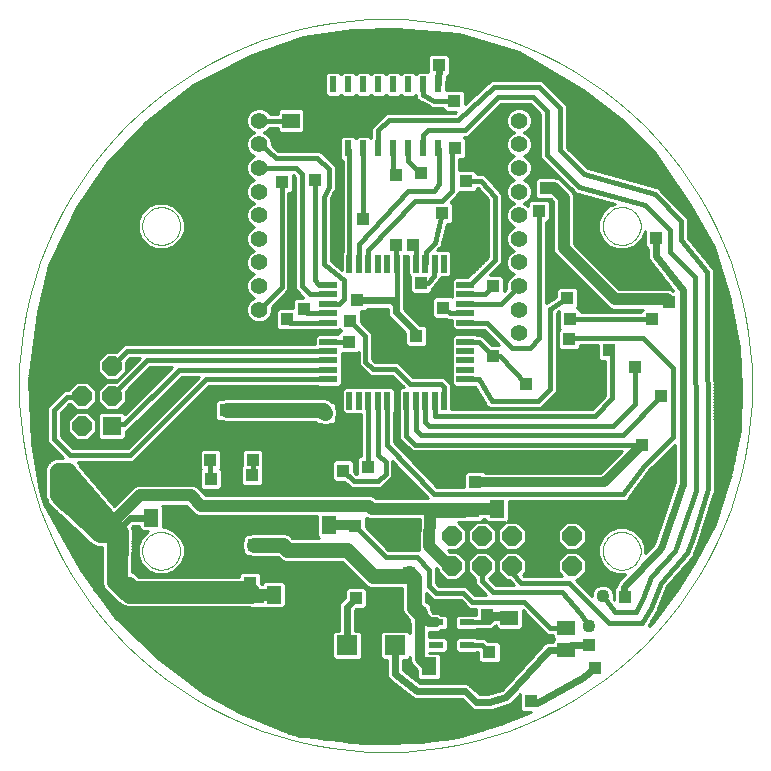
<source format=gbl>
G75*
G70*
%OFA0B0*%
%FSLAX24Y24*%
%IPPOS*%
%LPD*%
%AMOC8*
5,1,8,0,0,1.08239X$1,22.5*
%
%ADD10C,0.0000*%
%ADD11C,0.0039*%
%ADD12R,0.0472X0.0217*%
%ADD13R,0.0640X0.0640*%
%ADD14OC8,0.0640*%
%ADD15R,0.0591X0.0512*%
%ADD16R,0.0512X0.0591*%
%ADD17C,0.0555*%
%ADD18R,0.0236X0.0551*%
%ADD19R,0.0394X0.0433*%
%ADD20R,0.0591X0.0197*%
%ADD21R,0.0197X0.0591*%
%ADD22R,0.0709X0.0669*%
%ADD23C,0.0160*%
%ADD24R,0.0436X0.0436*%
%ADD25C,0.0400*%
%ADD26C,0.0320*%
%ADD27C,0.0500*%
%ADD28C,0.0120*%
%ADD29C,0.0240*%
%ADD30C,0.0100*%
%ADD31C,0.0436*%
%ADD32OC8,0.0436*%
%ADD33C,0.0560*%
D10*
X004232Y006830D02*
X004234Y006880D01*
X004240Y006930D01*
X004250Y006979D01*
X004264Y007027D01*
X004281Y007074D01*
X004302Y007119D01*
X004327Y007163D01*
X004355Y007204D01*
X004387Y007243D01*
X004421Y007280D01*
X004458Y007314D01*
X004498Y007344D01*
X004540Y007371D01*
X004584Y007395D01*
X004630Y007416D01*
X004677Y007432D01*
X004725Y007445D01*
X004775Y007454D01*
X004824Y007459D01*
X004875Y007460D01*
X004925Y007457D01*
X004974Y007450D01*
X005023Y007439D01*
X005071Y007424D01*
X005117Y007406D01*
X005162Y007384D01*
X005205Y007358D01*
X005246Y007329D01*
X005285Y007297D01*
X005321Y007262D01*
X005353Y007224D01*
X005383Y007184D01*
X005410Y007141D01*
X005433Y007097D01*
X005452Y007051D01*
X005468Y007003D01*
X005480Y006954D01*
X005488Y006905D01*
X005492Y006855D01*
X005492Y006805D01*
X005488Y006755D01*
X005480Y006706D01*
X005468Y006657D01*
X005452Y006609D01*
X005433Y006563D01*
X005410Y006519D01*
X005383Y006476D01*
X005353Y006436D01*
X005321Y006398D01*
X005285Y006363D01*
X005246Y006331D01*
X005205Y006302D01*
X005162Y006276D01*
X005117Y006254D01*
X005071Y006236D01*
X005023Y006221D01*
X004974Y006210D01*
X004925Y006203D01*
X004875Y006200D01*
X004824Y006201D01*
X004775Y006206D01*
X004725Y006215D01*
X004677Y006228D01*
X004630Y006244D01*
X004584Y006265D01*
X004540Y006289D01*
X004498Y006316D01*
X004458Y006346D01*
X004421Y006380D01*
X004387Y006417D01*
X004355Y006456D01*
X004327Y006497D01*
X004302Y006541D01*
X004281Y006586D01*
X004264Y006633D01*
X004250Y006681D01*
X004240Y006730D01*
X004234Y006780D01*
X004232Y006830D01*
X004232Y017657D02*
X004234Y017707D01*
X004240Y017757D01*
X004250Y017806D01*
X004264Y017854D01*
X004281Y017901D01*
X004302Y017946D01*
X004327Y017990D01*
X004355Y018031D01*
X004387Y018070D01*
X004421Y018107D01*
X004458Y018141D01*
X004498Y018171D01*
X004540Y018198D01*
X004584Y018222D01*
X004630Y018243D01*
X004677Y018259D01*
X004725Y018272D01*
X004775Y018281D01*
X004824Y018286D01*
X004875Y018287D01*
X004925Y018284D01*
X004974Y018277D01*
X005023Y018266D01*
X005071Y018251D01*
X005117Y018233D01*
X005162Y018211D01*
X005205Y018185D01*
X005246Y018156D01*
X005285Y018124D01*
X005321Y018089D01*
X005353Y018051D01*
X005383Y018011D01*
X005410Y017968D01*
X005433Y017924D01*
X005452Y017878D01*
X005468Y017830D01*
X005480Y017781D01*
X005488Y017732D01*
X005492Y017682D01*
X005492Y017632D01*
X005488Y017582D01*
X005480Y017533D01*
X005468Y017484D01*
X005452Y017436D01*
X005433Y017390D01*
X005410Y017346D01*
X005383Y017303D01*
X005353Y017263D01*
X005321Y017225D01*
X005285Y017190D01*
X005246Y017158D01*
X005205Y017129D01*
X005162Y017103D01*
X005117Y017081D01*
X005071Y017063D01*
X005023Y017048D01*
X004974Y017037D01*
X004925Y017030D01*
X004875Y017027D01*
X004824Y017028D01*
X004775Y017033D01*
X004725Y017042D01*
X004677Y017055D01*
X004630Y017071D01*
X004584Y017092D01*
X004540Y017116D01*
X004498Y017143D01*
X004458Y017173D01*
X004421Y017207D01*
X004387Y017244D01*
X004355Y017283D01*
X004327Y017324D01*
X004302Y017368D01*
X004281Y017413D01*
X004264Y017460D01*
X004250Y017508D01*
X004240Y017557D01*
X004234Y017607D01*
X004232Y017657D01*
X019586Y017657D02*
X019588Y017707D01*
X019594Y017757D01*
X019604Y017806D01*
X019618Y017854D01*
X019635Y017901D01*
X019656Y017946D01*
X019681Y017990D01*
X019709Y018031D01*
X019741Y018070D01*
X019775Y018107D01*
X019812Y018141D01*
X019852Y018171D01*
X019894Y018198D01*
X019938Y018222D01*
X019984Y018243D01*
X020031Y018259D01*
X020079Y018272D01*
X020129Y018281D01*
X020178Y018286D01*
X020229Y018287D01*
X020279Y018284D01*
X020328Y018277D01*
X020377Y018266D01*
X020425Y018251D01*
X020471Y018233D01*
X020516Y018211D01*
X020559Y018185D01*
X020600Y018156D01*
X020639Y018124D01*
X020675Y018089D01*
X020707Y018051D01*
X020737Y018011D01*
X020764Y017968D01*
X020787Y017924D01*
X020806Y017878D01*
X020822Y017830D01*
X020834Y017781D01*
X020842Y017732D01*
X020846Y017682D01*
X020846Y017632D01*
X020842Y017582D01*
X020834Y017533D01*
X020822Y017484D01*
X020806Y017436D01*
X020787Y017390D01*
X020764Y017346D01*
X020737Y017303D01*
X020707Y017263D01*
X020675Y017225D01*
X020639Y017190D01*
X020600Y017158D01*
X020559Y017129D01*
X020516Y017103D01*
X020471Y017081D01*
X020425Y017063D01*
X020377Y017048D01*
X020328Y017037D01*
X020279Y017030D01*
X020229Y017027D01*
X020178Y017028D01*
X020129Y017033D01*
X020079Y017042D01*
X020031Y017055D01*
X019984Y017071D01*
X019938Y017092D01*
X019894Y017116D01*
X019852Y017143D01*
X019812Y017173D01*
X019775Y017207D01*
X019741Y017244D01*
X019709Y017283D01*
X019681Y017324D01*
X019656Y017368D01*
X019635Y017413D01*
X019618Y017460D01*
X019604Y017508D01*
X019594Y017557D01*
X019588Y017607D01*
X019586Y017657D01*
X019586Y006830D02*
X019588Y006880D01*
X019594Y006930D01*
X019604Y006979D01*
X019618Y007027D01*
X019635Y007074D01*
X019656Y007119D01*
X019681Y007163D01*
X019709Y007204D01*
X019741Y007243D01*
X019775Y007280D01*
X019812Y007314D01*
X019852Y007344D01*
X019894Y007371D01*
X019938Y007395D01*
X019984Y007416D01*
X020031Y007432D01*
X020079Y007445D01*
X020129Y007454D01*
X020178Y007459D01*
X020229Y007460D01*
X020279Y007457D01*
X020328Y007450D01*
X020377Y007439D01*
X020425Y007424D01*
X020471Y007406D01*
X020516Y007384D01*
X020559Y007358D01*
X020600Y007329D01*
X020639Y007297D01*
X020675Y007262D01*
X020707Y007224D01*
X020737Y007184D01*
X020764Y007141D01*
X020787Y007097D01*
X020806Y007051D01*
X020822Y007003D01*
X020834Y006954D01*
X020842Y006905D01*
X020846Y006855D01*
X020846Y006805D01*
X020842Y006755D01*
X020834Y006706D01*
X020822Y006657D01*
X020806Y006609D01*
X020787Y006563D01*
X020764Y006519D01*
X020737Y006476D01*
X020707Y006436D01*
X020675Y006398D01*
X020639Y006363D01*
X020600Y006331D01*
X020559Y006302D01*
X020516Y006276D01*
X020471Y006254D01*
X020425Y006236D01*
X020377Y006221D01*
X020328Y006210D01*
X020279Y006203D01*
X020229Y006200D01*
X020178Y006201D01*
X020129Y006206D01*
X020079Y006215D01*
X020031Y006228D01*
X019984Y006244D01*
X019938Y006265D01*
X019894Y006289D01*
X019852Y006316D01*
X019812Y006346D01*
X019775Y006380D01*
X019741Y006417D01*
X019709Y006456D01*
X019681Y006497D01*
X019656Y006541D01*
X019635Y006586D01*
X019618Y006633D01*
X019604Y006681D01*
X019594Y006730D01*
X019588Y006780D01*
X019586Y006830D01*
D11*
X000123Y012342D02*
X000138Y012942D01*
X000182Y013540D01*
X000255Y014135D01*
X000358Y014726D01*
X000489Y015311D01*
X000649Y015889D01*
X000837Y016458D01*
X001053Y017018D01*
X001296Y017566D01*
X001566Y018102D01*
X001861Y018624D01*
X002182Y019131D01*
X002528Y019621D01*
X002897Y020094D01*
X003288Y020548D01*
X003702Y020982D01*
X004136Y021396D01*
X004590Y021787D01*
X005063Y022156D01*
X005553Y022502D01*
X006060Y022823D01*
X006582Y023118D01*
X007118Y023388D01*
X007666Y023631D01*
X008226Y023847D01*
X008795Y024035D01*
X009373Y024195D01*
X009958Y024326D01*
X010549Y024429D01*
X011144Y024502D01*
X011742Y024546D01*
X012342Y024561D01*
X012942Y024546D01*
X013540Y024502D01*
X014135Y024429D01*
X014726Y024326D01*
X015311Y024195D01*
X015889Y024035D01*
X016458Y023847D01*
X017018Y023631D01*
X017566Y023388D01*
X018102Y023118D01*
X018624Y022823D01*
X019131Y022502D01*
X019621Y022156D01*
X020094Y021787D01*
X020548Y021396D01*
X020982Y020982D01*
X021396Y020548D01*
X021787Y020094D01*
X022156Y019621D01*
X022502Y019131D01*
X022823Y018624D01*
X023118Y018102D01*
X023388Y017566D01*
X023631Y017018D01*
X023847Y016458D01*
X024035Y015889D01*
X024195Y015311D01*
X024326Y014726D01*
X024429Y014135D01*
X024502Y013540D01*
X024546Y012942D01*
X024561Y012342D01*
X024546Y011742D01*
X024502Y011144D01*
X024429Y010549D01*
X024326Y009958D01*
X024195Y009373D01*
X024035Y008795D01*
X023847Y008226D01*
X023631Y007666D01*
X023388Y007118D01*
X023118Y006582D01*
X022823Y006060D01*
X022502Y005553D01*
X022156Y005063D01*
X021787Y004590D01*
X021396Y004136D01*
X020982Y003702D01*
X020548Y003288D01*
X020094Y002897D01*
X019621Y002528D01*
X019131Y002182D01*
X018624Y001861D01*
X018102Y001566D01*
X017566Y001296D01*
X017018Y001053D01*
X016458Y000837D01*
X015889Y000649D01*
X015311Y000489D01*
X014726Y000358D01*
X014135Y000255D01*
X013540Y000182D01*
X012942Y000138D01*
X012342Y000123D01*
X011742Y000138D01*
X011144Y000182D01*
X010549Y000255D01*
X009958Y000358D01*
X009373Y000489D01*
X008795Y000649D01*
X008226Y000837D01*
X007666Y001053D01*
X007118Y001296D01*
X006582Y001566D01*
X006060Y001861D01*
X005553Y002182D01*
X005063Y002528D01*
X004590Y002897D01*
X004136Y003288D01*
X003702Y003702D01*
X003288Y004136D01*
X002897Y004590D01*
X002528Y005063D01*
X002182Y005553D01*
X001861Y006060D01*
X001566Y006582D01*
X001296Y007118D01*
X001053Y007666D01*
X000837Y008226D01*
X000649Y008795D01*
X000489Y009373D01*
X000358Y009958D01*
X000255Y010549D01*
X000182Y011144D01*
X000138Y011742D01*
X000123Y012342D01*
D12*
X014023Y004444D03*
X014023Y003696D03*
X015047Y003696D03*
X015047Y004070D03*
X015047Y004444D03*
D13*
X003220Y010996D03*
D14*
X003220Y011996D03*
X003220Y012996D03*
X002220Y012996D03*
X002220Y011996D03*
X002220Y010996D03*
X014547Y007330D03*
X014547Y006330D03*
X015547Y006330D03*
X015547Y007330D03*
X016547Y007330D03*
X016547Y006330D03*
X017547Y006330D03*
X018547Y006330D03*
X018547Y007330D03*
X017547Y007330D03*
D15*
X016472Y004598D03*
X016472Y003850D03*
X018362Y003515D03*
X018362Y004263D03*
X009189Y020425D03*
X009189Y021173D03*
D16*
X016055Y008232D03*
X016803Y008232D03*
X014539Y002976D03*
X013791Y002976D03*
X009291Y005374D03*
X008622Y005374D03*
X009716Y007681D03*
X010464Y007681D03*
X005196Y007933D03*
X004527Y007933D03*
D17*
X008129Y014082D03*
X008129Y014870D03*
X008129Y015657D03*
X008129Y016444D03*
X008129Y017232D03*
X008129Y018019D03*
X008129Y018807D03*
X008129Y019594D03*
X008129Y020381D03*
X008129Y021169D03*
X016791Y021169D03*
X016791Y020381D03*
X016791Y019594D03*
X016791Y018807D03*
X016791Y018019D03*
X016791Y017232D03*
X016791Y016444D03*
X016791Y015657D03*
X016791Y014870D03*
X016791Y014082D03*
D18*
X014104Y020242D03*
X013604Y020242D03*
X013104Y020242D03*
X012604Y020242D03*
X012104Y020242D03*
X011604Y020242D03*
X011104Y020242D03*
X010604Y020242D03*
X010604Y022379D03*
X011104Y022379D03*
X011604Y022379D03*
X012104Y022379D03*
X012604Y022379D03*
X013104Y022379D03*
X013604Y022379D03*
X014104Y022379D03*
D19*
X007909Y010543D03*
X007909Y009874D03*
X006500Y009870D03*
X006500Y010539D03*
D20*
X010433Y012547D03*
X010433Y012862D03*
X010433Y013177D03*
X010433Y013492D03*
X010433Y013807D03*
X010433Y014122D03*
X010433Y014437D03*
X010433Y014751D03*
X010433Y015066D03*
X010433Y015381D03*
X010433Y015696D03*
X015000Y015696D03*
X015000Y015381D03*
X015000Y015066D03*
X015000Y014751D03*
X015000Y014437D03*
X015000Y014122D03*
X015000Y013807D03*
X015000Y013492D03*
X015000Y013177D03*
X015000Y012862D03*
X015000Y012547D03*
D21*
X014291Y011838D03*
X013976Y011838D03*
X013661Y011838D03*
X013346Y011838D03*
X013031Y011838D03*
X012716Y011838D03*
X012401Y011838D03*
X012086Y011838D03*
X011771Y011838D03*
X011456Y011838D03*
X011141Y011838D03*
X011141Y016405D03*
X011456Y016405D03*
X011771Y016405D03*
X012086Y016405D03*
X012401Y016405D03*
X012716Y016405D03*
X013031Y016405D03*
X013346Y016405D03*
X013661Y016405D03*
X013976Y016405D03*
X014291Y016405D03*
D22*
X012673Y003689D03*
X011059Y003689D03*
D23*
X013287Y004704D02*
X013484Y004744D01*
X013523Y004783D01*
X013523Y004744D01*
X013484Y004744D01*
X014035Y005413D02*
X013799Y005649D01*
X013799Y006200D01*
X013405Y006633D01*
X012342Y006633D01*
X011318Y007657D01*
X010531Y008956D02*
X010295Y008917D01*
X008838Y008838D01*
X007909Y009366D02*
X007893Y009350D01*
X007909Y009366D02*
X007909Y009874D01*
X006500Y009870D02*
X006500Y009248D01*
X006515Y009232D01*
X006500Y010539D02*
X006476Y010563D01*
X006476Y011870D01*
X006712Y012106D01*
X010492Y012106D01*
X010689Y012106D01*
X011043Y012460D01*
X012657Y012460D01*
X012696Y012421D01*
X012696Y010531D01*
X013996Y009114D01*
X014468Y009114D01*
X013956Y008720D02*
X020255Y008720D01*
X020964Y009665D01*
X021909Y010610D01*
X021909Y012933D01*
X020925Y013917D01*
X018484Y013917D01*
X018444Y013877D01*
X018484Y014547D02*
X021240Y014547D01*
X020649Y012972D02*
X020649Y011712D01*
X019940Y011003D01*
X013799Y011003D01*
X013661Y011141D01*
X013661Y011838D01*
X013976Y011838D02*
X013976Y011338D01*
X013996Y011318D01*
X019311Y011318D01*
X019901Y011909D01*
X019901Y013405D01*
X019783Y013523D01*
X018405Y015255D02*
X017814Y014901D01*
X017814Y012224D01*
X017421Y011830D01*
X015885Y011830D01*
X015444Y012547D01*
X015000Y012547D01*
X014291Y012283D02*
X014291Y011838D01*
X014291Y012283D02*
X014192Y012381D01*
X013169Y012381D01*
X012657Y012893D01*
X011909Y012893D01*
X011673Y013129D01*
X011673Y013996D01*
X011161Y014507D01*
X010807Y015059D02*
X010440Y015059D01*
X010433Y015066D01*
X010433Y015381D02*
X009814Y015381D01*
X009547Y015649D01*
X009547Y019389D01*
X009358Y019586D01*
X008129Y019594D01*
X008681Y019940D02*
X008161Y020381D01*
X008129Y020381D01*
X008681Y019940D02*
X010059Y019940D01*
X010452Y019547D01*
X010452Y018956D01*
X010295Y018641D01*
X010295Y016397D01*
X010964Y015846D01*
X010964Y015216D01*
X010807Y015059D01*
X010433Y014751D02*
X009736Y014751D01*
X009626Y014901D01*
X009074Y014547D02*
X009145Y014437D01*
X010433Y014437D01*
X010433Y014122D02*
X008129Y014122D01*
X008129Y014082D01*
X008129Y014870D02*
X008877Y015618D01*
X008877Y019114D01*
X009980Y019192D02*
X009980Y015846D01*
X010129Y015696D01*
X010433Y015696D01*
X011141Y016405D02*
X011141Y020204D01*
X011104Y020242D01*
X010604Y020242D02*
X010570Y020208D01*
X010570Y020059D01*
X010807Y019822D01*
X010807Y018366D01*
X010728Y018248D01*
X010728Y017972D01*
X011594Y017893D02*
X011604Y018139D01*
X011604Y020242D01*
X012104Y020242D02*
X012104Y020844D01*
X012460Y021200D01*
X014744Y021200D01*
X015964Y022303D01*
X017460Y022303D01*
X018169Y021594D01*
X018169Y020177D01*
X018956Y019389D01*
X021318Y018720D01*
X022185Y017814D01*
X022185Y017185D01*
X023051Y016122D01*
X023090Y008877D01*
X022578Y007263D01*
X022381Y006751D01*
X021515Y005767D01*
X021200Y004940D01*
X020885Y004429D01*
X019783Y004429D01*
X018444Y005767D01*
X016870Y005767D01*
X016547Y006090D01*
X016547Y006330D01*
X015925Y005452D02*
X015547Y005830D01*
X015547Y006330D01*
X015925Y005452D02*
X018208Y005452D01*
X018838Y004744D01*
X019114Y004311D01*
X018362Y004263D02*
X017822Y004263D01*
X016948Y005137D01*
X015216Y005137D01*
X014940Y005413D01*
X014035Y005413D01*
X014547Y004940D02*
X014547Y004232D01*
X014704Y004074D01*
X014547Y003917D01*
X014547Y002984D01*
X014539Y002976D01*
X015047Y003696D02*
X015555Y003696D01*
X015807Y003444D01*
X016110Y003850D02*
X016472Y003850D01*
X016110Y003850D02*
X015885Y004074D01*
X015051Y004074D01*
X015047Y004070D01*
X015043Y004074D01*
X014704Y004074D01*
X015047Y004444D02*
X015070Y004468D01*
X015807Y004468D01*
X015937Y004598D01*
X016472Y004598D01*
X014547Y001594D02*
X014074Y001122D01*
X012342Y001122D01*
X019586Y005334D02*
X019980Y004783D01*
X020689Y004783D01*
X020925Y005255D01*
X021200Y005964D01*
X021988Y006830D01*
X022696Y008838D01*
X022657Y015964D01*
X021830Y016791D01*
X021830Y017539D01*
X021003Y018366D01*
X018799Y018956D01*
X017736Y020019D01*
X017736Y021476D01*
X017263Y021948D01*
X016082Y021948D01*
X014980Y020846D01*
X013759Y020846D01*
X013604Y020690D01*
X013604Y020242D01*
X014104Y020242D02*
X014114Y020232D01*
X014114Y019074D01*
X013956Y018838D01*
X013090Y018838D01*
X011456Y017047D01*
X011456Y016405D01*
X011771Y016405D02*
X011771Y016850D01*
X013326Y018484D01*
X014232Y018484D01*
X014547Y018838D01*
X014547Y020177D01*
X014665Y020255D01*
X015019Y019153D02*
X015531Y019153D01*
X016003Y018641D01*
X016003Y016515D01*
X015145Y015696D01*
X015000Y015696D01*
X015000Y015381D02*
X015657Y015381D01*
X015925Y015649D01*
X016200Y015066D02*
X016791Y015657D01*
X016200Y015066D02*
X015000Y015066D01*
X015000Y014751D02*
X014500Y014751D01*
X014271Y014940D01*
X014114Y015570D02*
X013405Y014901D01*
X014192Y014114D01*
X014874Y014114D01*
X015000Y014122D01*
X015000Y014437D02*
X015720Y014437D01*
X016555Y013602D01*
X017145Y013602D01*
X017460Y013917D01*
X017460Y018169D01*
X015098Y016555D02*
X015098Y016515D01*
X014468Y015846D01*
X014114Y015570D01*
X013759Y015767D02*
X013956Y016003D01*
X013956Y016385D01*
X013976Y016405D01*
X013681Y016425D02*
X013661Y016405D01*
X013681Y016425D02*
X013681Y016791D01*
X013996Y017106D01*
X014232Y018090D01*
X013346Y017007D02*
X013248Y017027D01*
X013346Y017007D02*
X013346Y016405D01*
X013031Y016405D02*
X013031Y015275D01*
X013405Y014901D01*
X012736Y015098D02*
X012736Y015216D01*
X012716Y015236D01*
X012716Y016377D01*
X012716Y016405D01*
X012716Y016377D02*
X012696Y017027D01*
X013523Y015767D02*
X013759Y015767D01*
X012736Y015216D02*
X012696Y015177D01*
X011122Y013799D02*
X011114Y013807D01*
X010433Y013807D01*
X010598Y013799D02*
X011122Y013799D01*
X010433Y013492D02*
X003716Y013492D01*
X003220Y012996D01*
X003563Y012342D02*
X003566Y012342D01*
X003220Y011996D01*
X003563Y012342D02*
X004397Y013177D01*
X010433Y013177D01*
X010433Y012862D02*
X005460Y012862D01*
X003641Y011043D01*
X003267Y011043D01*
X003220Y010996D01*
X003838Y010019D02*
X001830Y010019D01*
X001279Y010570D01*
X001279Y011515D01*
X001712Y011948D01*
X002173Y011948D01*
X002220Y011996D01*
X003838Y010019D02*
X006366Y012547D01*
X010433Y012547D01*
X011771Y011838D02*
X011771Y009645D01*
X011751Y009626D01*
X012086Y010039D02*
X012342Y009783D01*
X012342Y009389D01*
X012106Y009153D01*
X011279Y009153D01*
X010925Y009507D01*
X012086Y010039D02*
X012086Y011838D01*
X012401Y011838D02*
X012401Y010354D01*
X013956Y008720D01*
X013326Y010374D02*
X020885Y010374D01*
X020255Y010689D02*
X021515Y011988D01*
X020255Y010689D02*
X013523Y010689D01*
X013346Y010866D01*
X013346Y011838D01*
X013031Y011838D02*
X013031Y010669D01*
X013326Y010374D01*
X012716Y011838D02*
X012696Y011858D01*
X012696Y012421D01*
X015000Y013807D02*
X015444Y013807D01*
X015925Y013326D01*
X016161Y013326D01*
X017027Y012381D01*
X013523Y019429D02*
X013563Y019507D01*
X013484Y019429D01*
X013104Y019809D01*
X013104Y020242D01*
X012604Y020242D02*
X012578Y020216D01*
X012578Y019468D01*
X012696Y019350D01*
X010604Y020242D02*
X010604Y020576D01*
X010413Y020767D01*
X010098Y020767D01*
X009783Y020452D01*
X009216Y020452D01*
X009189Y020425D01*
X009185Y021169D02*
X008129Y021169D01*
X013602Y022027D02*
X013602Y022377D01*
X013604Y022379D01*
X013602Y022027D02*
X013956Y021830D01*
X014626Y021830D01*
D24*
X014626Y021830D03*
X014980Y022500D03*
X014114Y023011D03*
X014665Y020255D03*
X015334Y019822D03*
X015019Y019153D03*
X015059Y018326D03*
X014232Y018090D03*
X013248Y017027D03*
X012696Y017027D03*
X011594Y017893D03*
X010728Y017972D03*
X009980Y019192D03*
X008877Y019114D03*
X010531Y021043D03*
X012696Y019350D03*
X013523Y019429D03*
X015098Y016555D03*
X015925Y015649D03*
X014271Y014940D03*
X013523Y015767D03*
X013366Y013996D03*
X013523Y013405D03*
X011397Y015177D03*
X011161Y014507D03*
X011122Y013799D03*
X010492Y012106D03*
X010334Y011437D03*
X010925Y009507D03*
X010531Y008956D03*
X011751Y009626D03*
X011318Y007657D03*
X013129Y006082D03*
X013484Y004744D03*
X014547Y004940D03*
X015728Y004704D03*
X015807Y003444D03*
X015964Y002500D03*
X017185Y001830D03*
X019114Y003681D03*
X019311Y002933D03*
X020334Y005295D03*
X020177Y008011D03*
X020984Y008818D03*
X021751Y009586D03*
X020885Y010374D03*
X019507Y009940D03*
X021515Y011988D03*
X020649Y012972D03*
X019783Y013523D03*
X018444Y013877D03*
X018484Y014547D03*
X018405Y015255D03*
X020492Y016161D03*
X021003Y016161D03*
X021358Y017263D03*
X021791Y015137D03*
X021240Y014547D03*
X023759Y013090D03*
X023759Y011555D03*
X019035Y017657D03*
X019035Y018208D03*
X017696Y018917D03*
X017460Y018169D03*
X015925Y013326D03*
X017027Y012381D03*
X015334Y009114D03*
X015255Y008169D03*
X014468Y009114D03*
X011358Y005255D03*
X010216Y004626D03*
X009271Y006200D03*
X008090Y005295D03*
X007814Y005767D03*
X007854Y004507D03*
X008366Y004507D03*
X007972Y007027D03*
X008838Y007657D03*
X007893Y009350D03*
X006515Y009232D03*
X007027Y011515D03*
X009074Y014547D03*
X009626Y014901D03*
X005925Y014980D03*
X006003Y018996D03*
X001476Y009350D03*
X001476Y008799D03*
X001988Y008799D03*
X002696Y006279D03*
X003405Y006279D03*
X003405Y005767D03*
X005767Y004429D03*
X014547Y001594D03*
D25*
X014547Y004940D02*
X014547Y004980D01*
X014547Y006330D02*
X014456Y006330D01*
X013799Y006988D01*
X013838Y008102D01*
X011885Y008232D02*
X011791Y008326D01*
X006200Y008326D01*
X005846Y008681D01*
X004153Y008681D01*
X003074Y007601D01*
X003405Y006279D02*
X003405Y005767D01*
X003838Y005767D01*
X003996Y005610D01*
X007814Y005610D01*
X008129Y005295D01*
X008051Y005295D01*
X007972Y005295D01*
X008051Y005295D02*
X008090Y005295D01*
X008169Y005374D01*
X008622Y005374D01*
X003956Y005374D01*
X003799Y005374D01*
X003405Y005767D01*
X008838Y007657D02*
X008838Y007696D01*
X011885Y008232D02*
X016055Y008232D01*
X017539Y007381D02*
X017539Y006240D01*
X020177Y008011D02*
X020984Y008818D01*
X021751Y009586D01*
X021791Y015137D02*
X021712Y015216D01*
X019980Y015216D01*
X018287Y016909D01*
X018287Y018602D01*
X017972Y018917D01*
X017696Y018917D01*
X014980Y022500D02*
X014980Y023681D01*
X014901Y023759D01*
X010374Y023759D01*
X009626Y023011D01*
X009626Y022224D01*
X009507Y022224D01*
X009980Y021751D01*
X010295Y020964D01*
X009507Y022224D02*
X006791Y022224D01*
X003602Y019035D01*
X003602Y018917D01*
X003681Y018996D01*
X006003Y018996D01*
X003602Y018917D02*
X003602Y014200D01*
X003720Y014082D01*
D26*
X005807Y014082D02*
X005925Y014200D01*
X005925Y014980D01*
X007027Y011515D02*
X007066Y011515D01*
X006791Y010610D02*
X006515Y010610D01*
X006791Y010610D02*
X007224Y010177D01*
X007224Y009035D01*
X007421Y008838D01*
X008838Y008838D01*
X010413Y008838D01*
X010531Y008956D01*
X010019Y008956D01*
X008444Y010531D01*
X007921Y010531D01*
X007909Y010543D01*
X008862Y007681D02*
X008838Y007657D01*
X009271Y006200D02*
X009271Y005393D01*
X009291Y005374D01*
X009291Y004881D01*
X008917Y004547D01*
X008405Y004547D01*
X008366Y004507D01*
X010464Y007681D02*
X011295Y007681D01*
X011318Y007657D01*
X013838Y008102D02*
X014929Y008102D01*
X015255Y008169D01*
X015334Y009114D02*
X019626Y009114D01*
X020885Y010374D01*
X021751Y009586D02*
X020984Y008818D01*
X019547Y009862D02*
X019507Y009940D01*
X019547Y009862D02*
X015059Y009862D01*
X014468Y009271D01*
X014468Y009114D01*
X016803Y008232D02*
X017511Y007641D01*
X017547Y007330D01*
X014023Y004444D02*
X013783Y004444D01*
X013484Y004744D01*
X013484Y003208D01*
X013677Y002976D01*
X013791Y002976D01*
X014539Y002976D02*
X015488Y002976D01*
X015964Y002500D01*
X015098Y016555D02*
X015059Y016594D01*
X015059Y018326D01*
X010531Y021043D02*
X010413Y021043D01*
X010295Y020964D01*
D27*
X008129Y014082D02*
X005807Y014082D01*
X003720Y014082D01*
X002586Y014082D01*
X002224Y013720D01*
X002224Y013000D01*
X002220Y012996D01*
X007066Y011515D02*
X007972Y011515D01*
X010255Y011515D01*
X010334Y011437D01*
X008917Y007027D02*
X007972Y007027D01*
X008917Y007027D02*
X009074Y006870D01*
X011043Y006870D01*
X011909Y006003D01*
X013051Y006003D01*
X013129Y006082D01*
X013287Y005925D01*
X013287Y004940D01*
X013484Y004744D01*
X017547Y007330D02*
X017507Y007507D01*
X018169Y008011D01*
X020177Y008011D01*
D28*
X015000Y014122D02*
X014200Y014122D01*
X013523Y013405D01*
X010334Y011437D02*
X010255Y011437D01*
X010177Y011515D01*
X009795Y020425D02*
X009189Y020425D01*
X009795Y020425D02*
X010295Y020964D01*
D29*
X014104Y022379D02*
X014114Y023011D01*
X019035Y018208D02*
X019035Y017657D01*
X020492Y016161D02*
X021003Y016161D01*
X021358Y016673D02*
X022263Y015531D01*
X022263Y009074D01*
X021515Y006909D01*
X020295Y005610D01*
X020295Y005216D01*
X020334Y005295D01*
X019114Y003681D02*
X018527Y003681D01*
X018362Y003515D01*
X017976Y003523D01*
X017775Y003523D01*
X016362Y001952D01*
X015807Y001791D01*
X015374Y001791D01*
X014980Y002145D01*
X013405Y002145D01*
X012665Y002728D01*
X012673Y003689D01*
X011059Y003689D02*
X011059Y004956D01*
X011358Y005255D01*
X010216Y004626D02*
X009626Y004626D01*
X009271Y004980D01*
X008799Y007618D02*
X008838Y007657D01*
X008862Y007681D02*
X009716Y007681D01*
X008799Y007618D02*
X005964Y007618D01*
X005649Y007933D01*
X005196Y007933D01*
X004527Y007933D02*
X003819Y007933D01*
X003420Y007534D01*
X002696Y006279D02*
X002696Y005570D01*
X003720Y004547D01*
X005649Y004547D01*
X005767Y004429D01*
X006476Y010563D02*
X006476Y010570D01*
X006515Y010610D01*
X007027Y011476D02*
X007972Y011515D01*
X011397Y015177D02*
X012539Y015177D01*
X012696Y015019D01*
X012696Y014783D01*
X013366Y014114D01*
X013366Y013996D01*
X012696Y015177D02*
X012539Y015177D01*
X020177Y008011D02*
X020984Y008818D01*
X021751Y009586D01*
X023759Y011555D02*
X023759Y013090D01*
X021358Y016673D02*
X021358Y017263D01*
X016366Y004704D02*
X015728Y004704D01*
X016366Y004704D02*
X016472Y004598D01*
X017381Y001751D02*
X018877Y002578D01*
X019311Y002933D01*
X017381Y001751D02*
X017185Y001830D01*
D30*
X010554Y004020D02*
X003949Y004020D01*
X004050Y003922D02*
X010554Y003922D01*
X010554Y003823D02*
X004152Y003823D01*
X004253Y003724D02*
X010554Y003724D01*
X010554Y003626D02*
X004354Y003626D01*
X004456Y003527D02*
X010554Y003527D01*
X010554Y003429D02*
X004557Y003429D01*
X004659Y003330D02*
X010554Y003330D01*
X010554Y003292D02*
X010642Y003204D01*
X011475Y003204D01*
X011563Y003292D01*
X011563Y004085D01*
X011475Y004173D01*
X011329Y004173D01*
X011329Y004844D01*
X011371Y004887D01*
X011638Y004887D01*
X011726Y004975D01*
X011726Y005536D01*
X011638Y005624D01*
X011078Y005624D01*
X010990Y005536D01*
X010990Y005269D01*
X010830Y005109D01*
X010789Y005010D01*
X010789Y004902D01*
X010789Y004173D01*
X010642Y004173D01*
X010554Y004085D01*
X010554Y003292D01*
X010614Y003232D02*
X004765Y003232D01*
X004744Y003248D02*
X003326Y004626D01*
X002185Y006200D01*
X000962Y008386D01*
X000834Y008830D01*
X000570Y010413D01*
X000452Y012539D01*
X000767Y014783D01*
X001122Y016358D01*
X002066Y018287D01*
X003051Y019744D01*
X004350Y021122D01*
X005925Y022342D01*
X007893Y023366D01*
X009586Y023956D01*
X011240Y024192D01*
X012696Y024232D01*
X014783Y024074D01*
X016791Y023444D01*
X018917Y022185D01*
X020177Y021240D01*
X021318Y020098D01*
X022500Y018366D01*
X023287Y016948D01*
X023799Y015334D01*
X024114Y013641D01*
X024192Y012303D01*
X024153Y010846D01*
X023838Y009311D01*
X023326Y007736D01*
X022618Y006437D01*
X022066Y005531D01*
X021279Y004507D01*
X021115Y004337D01*
X021115Y004364D01*
X021359Y004760D01*
X021381Y004770D01*
X021407Y004838D01*
X021446Y004901D01*
X021440Y004925D01*
X021715Y005646D01*
X022521Y006562D01*
X022562Y006580D01*
X022581Y006631D01*
X022617Y006671D01*
X022614Y006716D01*
X022762Y007099D01*
X022769Y007103D01*
X022795Y007188D01*
X022827Y007270D01*
X022824Y007277D01*
X023293Y008755D01*
X023321Y008783D01*
X023320Y008842D01*
X023338Y008899D01*
X023320Y008934D01*
X023281Y016111D01*
X023289Y016193D01*
X023280Y016204D01*
X023280Y016218D01*
X023221Y016276D01*
X022415Y017266D01*
X022415Y017812D01*
X022417Y017905D01*
X022415Y017907D01*
X022415Y017910D01*
X022349Y017975D01*
X021505Y018858D01*
X021473Y018915D01*
X021441Y018924D01*
X021419Y018948D01*
X021353Y018949D01*
X019076Y019594D01*
X018399Y020272D01*
X018399Y021499D01*
X018399Y021689D01*
X017690Y022398D01*
X017555Y022533D01*
X015970Y022533D01*
X015881Y022537D01*
X015876Y022533D01*
X015869Y022533D01*
X015806Y022469D01*
X014994Y021736D01*
X014994Y022110D01*
X014906Y022198D01*
X014372Y022198D01*
X014372Y022319D01*
X014373Y022321D01*
X014378Y022643D01*
X014394Y022643D01*
X014482Y022731D01*
X014482Y023292D01*
X014394Y023379D01*
X013833Y023379D01*
X013746Y023292D01*
X013746Y022805D01*
X013424Y022805D01*
X013354Y022735D01*
X013284Y022805D01*
X012924Y022805D01*
X012854Y022735D01*
X012784Y022805D01*
X012424Y022805D01*
X012354Y022735D01*
X012284Y022805D01*
X011924Y022805D01*
X011854Y022735D01*
X011784Y022805D01*
X011424Y022805D01*
X011354Y022735D01*
X011284Y022805D01*
X010924Y022805D01*
X010854Y022735D01*
X010784Y022805D01*
X010424Y022805D01*
X010336Y022717D01*
X010336Y022042D01*
X010424Y021954D01*
X010784Y021954D01*
X010854Y022024D01*
X010924Y021954D01*
X011284Y021954D01*
X011354Y022024D01*
X011424Y021954D01*
X011784Y021954D01*
X011854Y022024D01*
X011924Y021954D01*
X012284Y021954D01*
X012354Y022024D01*
X012424Y021954D01*
X012784Y021954D01*
X012854Y022024D01*
X012924Y021954D01*
X013284Y021954D01*
X013354Y022024D01*
X013368Y022010D01*
X013372Y021995D01*
X013372Y021932D01*
X013397Y021907D01*
X013407Y021872D01*
X013462Y021842D01*
X013507Y021797D01*
X013542Y021797D01*
X013816Y021645D01*
X013861Y021600D01*
X013897Y021600D01*
X013928Y021583D01*
X013988Y021600D01*
X014257Y021600D01*
X014257Y021550D01*
X014345Y021462D01*
X014690Y021462D01*
X014655Y021430D01*
X012365Y021430D01*
X012230Y021296D01*
X011874Y020939D01*
X011874Y020749D01*
X011874Y020617D01*
X011854Y020597D01*
X011784Y020667D01*
X011424Y020667D01*
X011354Y020597D01*
X011284Y020667D01*
X010924Y020667D01*
X010836Y020579D01*
X010836Y019904D01*
X010911Y019828D01*
X010911Y016781D01*
X010893Y016762D01*
X010893Y016203D01*
X010525Y016506D01*
X010525Y018587D01*
X010641Y018820D01*
X010682Y018861D01*
X010682Y018902D01*
X010701Y018939D01*
X010682Y018994D01*
X010682Y019642D01*
X010548Y019777D01*
X010547Y019777D01*
X010154Y020170D01*
X009963Y020170D01*
X008765Y020170D01*
X008557Y020347D01*
X008557Y020466D01*
X008492Y020624D01*
X008372Y020744D01*
X008296Y020775D01*
X008372Y020806D01*
X008492Y020927D01*
X008497Y020939D01*
X008743Y020939D01*
X008743Y020855D01*
X008831Y020767D01*
X009546Y020767D01*
X009634Y020855D01*
X009634Y021491D01*
X009546Y021579D01*
X008831Y021579D01*
X008743Y021491D01*
X008743Y021399D01*
X008497Y021399D01*
X008492Y021411D01*
X008372Y021531D01*
X008214Y021596D01*
X008044Y021596D01*
X007887Y021531D01*
X007767Y021411D01*
X007702Y021254D01*
X007702Y021084D01*
X007767Y020927D01*
X007887Y020806D01*
X007963Y020775D01*
X007887Y020744D01*
X007767Y020624D01*
X007702Y020466D01*
X007702Y020296D01*
X007767Y020139D01*
X007887Y020019D01*
X007963Y019988D01*
X007887Y019956D01*
X007767Y019836D01*
X007702Y019679D01*
X007702Y019509D01*
X007767Y019352D01*
X007887Y019232D01*
X007963Y019200D01*
X007887Y019169D01*
X007767Y019049D01*
X007702Y018892D01*
X007702Y018722D01*
X007767Y018564D01*
X007887Y018444D01*
X007963Y018413D01*
X007887Y018382D01*
X007767Y018261D01*
X007702Y018104D01*
X007702Y017934D01*
X007767Y017777D01*
X007887Y017657D01*
X007963Y017625D01*
X007887Y017594D01*
X007767Y017474D01*
X007702Y017317D01*
X007702Y017147D01*
X007767Y016990D01*
X007887Y016869D01*
X007963Y016838D01*
X007887Y016807D01*
X007767Y016687D01*
X007702Y016529D01*
X007702Y016359D01*
X007767Y016202D01*
X007887Y016082D01*
X007963Y016051D01*
X007887Y016019D01*
X007767Y015899D01*
X007702Y015742D01*
X007702Y015572D01*
X007767Y015415D01*
X007887Y015295D01*
X007963Y015263D01*
X007887Y015232D01*
X007767Y015112D01*
X007702Y014955D01*
X007702Y014785D01*
X007767Y014627D01*
X007887Y014507D01*
X008044Y014442D01*
X008214Y014442D01*
X008372Y014507D01*
X008492Y014627D01*
X008557Y014785D01*
X008557Y014955D01*
X008552Y014967D01*
X009107Y015522D01*
X009107Y015713D01*
X009107Y018746D01*
X009158Y018746D01*
X009246Y018833D01*
X009246Y019357D01*
X009259Y019357D01*
X009317Y019297D01*
X009317Y015554D01*
X009451Y015419D01*
X009601Y015269D01*
X009345Y015269D01*
X009257Y015181D01*
X009257Y014915D01*
X008794Y014915D01*
X008706Y014827D01*
X008706Y014266D01*
X008794Y014179D01*
X009355Y014179D01*
X009382Y014207D01*
X010057Y014207D01*
X010075Y014188D01*
X010790Y014188D01*
X010811Y014209D01*
X010853Y014167D01*
X010841Y014167D01*
X010753Y014079D01*
X010753Y014055D01*
X010075Y014055D01*
X009987Y013967D01*
X009987Y013722D01*
X003811Y013722D01*
X003621Y013722D01*
X003365Y013466D01*
X003025Y013466D01*
X002750Y013190D01*
X002750Y012801D01*
X003025Y012526D01*
X003415Y012526D01*
X003690Y012801D01*
X003690Y013140D01*
X003811Y013262D01*
X004157Y013262D01*
X003467Y012572D01*
X003361Y012466D01*
X003025Y012466D01*
X002750Y012190D01*
X002750Y011801D01*
X003025Y011526D01*
X003415Y011526D01*
X003690Y011801D01*
X003690Y012140D01*
X003796Y012247D01*
X003796Y012251D01*
X004492Y012947D01*
X005220Y012947D01*
X003670Y011397D01*
X003602Y011466D01*
X002838Y011466D01*
X002750Y011378D01*
X002750Y010613D01*
X002838Y010526D01*
X003602Y010526D01*
X003690Y010613D01*
X003690Y010813D01*
X003736Y010813D01*
X003871Y010948D01*
X005555Y012632D01*
X006125Y012632D01*
X003743Y010249D01*
X001925Y010249D01*
X001509Y010666D01*
X001509Y011420D01*
X001807Y011718D01*
X001833Y011718D01*
X002025Y011526D01*
X002415Y011526D01*
X002690Y011801D01*
X002690Y012190D01*
X002415Y012466D01*
X002025Y012466D01*
X001750Y012190D01*
X001750Y012178D01*
X001617Y012178D01*
X001482Y012044D01*
X001049Y011611D01*
X001049Y011420D01*
X001049Y010475D01*
X001184Y010340D01*
X001587Y009937D01*
X001494Y009937D01*
X001467Y009945D01*
X001409Y009937D01*
X001351Y009937D01*
X001325Y009927D01*
X001297Y009923D01*
X001247Y009894D01*
X001193Y009872D01*
X001173Y009852D01*
X001149Y009838D01*
X001113Y009792D01*
X001072Y009751D01*
X001061Y009725D01*
X001044Y009703D01*
X001029Y009647D01*
X001007Y009593D01*
X001007Y009565D01*
X000999Y009538D01*
X001007Y009480D01*
X001007Y009422D01*
X001007Y008766D01*
X001007Y008760D01*
X001004Y008753D01*
X001007Y008675D01*
X001007Y008595D01*
X001009Y008589D01*
X001009Y008582D01*
X001042Y008510D01*
X001072Y008437D01*
X001077Y008432D01*
X001079Y008426D01*
X001137Y008372D01*
X001348Y008161D01*
X001469Y008041D01*
X001504Y008026D01*
X002515Y007073D01*
X002571Y007017D01*
X002577Y007014D01*
X002582Y007010D01*
X002656Y006982D01*
X002729Y006951D01*
X002736Y006951D01*
X002742Y006949D01*
X002820Y006951D01*
X002896Y006951D01*
X002896Y005721D01*
X002962Y005563D01*
X003037Y005488D01*
X003037Y005487D01*
X003125Y005399D01*
X003126Y005399D01*
X003476Y005048D01*
X003544Y005021D01*
X003555Y005009D01*
X003713Y004944D01*
X007768Y004944D01*
X007793Y004944D01*
X007810Y004927D01*
X008370Y004927D01*
X008372Y004928D01*
X008940Y004928D01*
X009027Y005016D01*
X009027Y005731D01*
X008940Y005819D01*
X008304Y005819D01*
X008216Y005731D01*
X008216Y005724D01*
X008196Y005724D01*
X008183Y005737D01*
X008183Y006047D01*
X008095Y006135D01*
X007534Y006135D01*
X007446Y006047D01*
X007446Y005960D01*
X004141Y005960D01*
X004036Y006064D01*
X003908Y006117D01*
X003880Y006117D01*
X003913Y007439D01*
X003919Y007514D01*
X003915Y007524D01*
X003916Y007535D01*
X003889Y007605D01*
X003885Y007617D01*
X003930Y007663D01*
X004121Y007663D01*
X004121Y007575D01*
X004209Y007487D01*
X004416Y007487D01*
X004201Y007272D01*
X003909Y007272D01*
X003907Y007174D02*
X004160Y007174D01*
X004201Y007272D02*
X004082Y006985D01*
X004082Y006675D01*
X004201Y006388D01*
X004420Y006169D01*
X004707Y006050D01*
X005017Y006050D01*
X005304Y006169D01*
X005523Y006388D01*
X005642Y006675D01*
X005642Y006985D01*
X005523Y007272D01*
X005304Y007491D01*
X005017Y007610D01*
X004933Y007610D01*
X004933Y008290D01*
X004892Y008331D01*
X005701Y008331D01*
X006002Y008030D01*
X006131Y007976D01*
X006270Y007976D01*
X010058Y007976D01*
X010058Y007323D01*
X010112Y007270D01*
X009240Y007270D01*
X009143Y007366D01*
X008996Y007427D01*
X008837Y007427D01*
X007892Y007427D01*
X007815Y007395D01*
X007692Y007395D01*
X007604Y007307D01*
X007604Y007184D01*
X007572Y007107D01*
X007572Y006947D01*
X007604Y006871D01*
X007604Y006747D01*
X007692Y006659D01*
X007815Y006659D01*
X007892Y006627D01*
X008751Y006627D01*
X008848Y006531D01*
X008995Y006470D01*
X010877Y006470D01*
X011570Y005777D01*
X011682Y005664D01*
X011829Y005603D01*
X012887Y005603D01*
X012887Y005020D01*
X012887Y004861D01*
X012948Y004714D01*
X013076Y004586D01*
X013080Y004566D01*
X013116Y004542D01*
X013116Y004463D01*
X013174Y004405D01*
X013174Y004089D01*
X013089Y004173D01*
X012256Y004173D01*
X012168Y004085D01*
X012168Y003292D01*
X012256Y003204D01*
X012399Y003204D01*
X012395Y002766D01*
X012390Y002749D01*
X012395Y002713D01*
X012394Y002676D01*
X012401Y002660D01*
X012403Y002643D01*
X012421Y002611D01*
X012435Y002577D01*
X012447Y002564D01*
X012456Y002549D01*
X012484Y002526D01*
X012510Y002500D01*
X012526Y002493D01*
X013225Y001943D01*
X013252Y001916D01*
X013267Y001910D01*
X013280Y001900D01*
X013316Y001890D01*
X013351Y001875D01*
X013368Y001875D01*
X013384Y001871D01*
X013421Y001875D01*
X014876Y001875D01*
X015188Y001595D01*
X015221Y001562D01*
X015227Y001559D01*
X015233Y001554D01*
X015277Y001539D01*
X015320Y001521D01*
X015327Y001521D01*
X015334Y001518D01*
X015381Y001521D01*
X015792Y001521D01*
X015830Y001517D01*
X015845Y001521D01*
X015860Y001521D01*
X015896Y001536D01*
X016407Y001684D01*
X016430Y001685D01*
X016458Y001699D01*
X016489Y001708D01*
X016506Y001722D01*
X016526Y001732D01*
X016548Y001755D01*
X016572Y001775D01*
X016583Y001795D01*
X016816Y002054D01*
X016816Y001550D01*
X016904Y001462D01*
X017195Y001462D01*
X016161Y001043D01*
X014744Y000610D01*
X013444Y000452D01*
X012224Y000413D01*
X011594Y000413D01*
X009381Y000675D01*
X009142Y000744D01*
X007539Y001437D01*
X006279Y002106D01*
X004744Y003248D01*
X004897Y003133D02*
X012398Y003133D01*
X012397Y003035D02*
X005030Y003035D01*
X005162Y002936D02*
X012397Y002936D01*
X012396Y002838D02*
X005295Y002838D01*
X005427Y002739D02*
X012392Y002739D01*
X012404Y002641D02*
X005560Y002641D01*
X005693Y002542D02*
X012465Y002542D01*
X012590Y002443D02*
X005825Y002443D01*
X005958Y002345D02*
X012715Y002345D01*
X012840Y002246D02*
X006090Y002246D01*
X006223Y002148D02*
X012965Y002148D01*
X013090Y002049D02*
X006386Y002049D01*
X006571Y001951D02*
X013216Y001951D01*
X013499Y002415D02*
X012936Y002858D01*
X012939Y003204D01*
X013089Y003204D01*
X013174Y003288D01*
X013174Y003223D01*
X013169Y003175D01*
X013174Y003161D01*
X013174Y003146D01*
X013192Y003103D01*
X013206Y003058D01*
X013215Y003046D01*
X013221Y003033D01*
X013255Y002999D01*
X013385Y002842D01*
X013385Y002618D01*
X013473Y002531D01*
X014109Y002531D01*
X014197Y002618D01*
X014197Y003333D01*
X014109Y003421D01*
X013794Y003421D01*
X013794Y003438D01*
X014321Y003438D01*
X014409Y003526D01*
X014409Y003867D01*
X014321Y003955D01*
X013794Y003955D01*
X013794Y004134D01*
X013845Y004134D01*
X014085Y004134D01*
X014199Y004182D01*
X014203Y004186D01*
X014321Y004186D01*
X014409Y004274D01*
X014409Y004615D01*
X014321Y004703D01*
X014203Y004703D01*
X014199Y004707D01*
X014085Y004754D01*
X013911Y004754D01*
X013884Y004782D01*
X013884Y004823D01*
X013852Y004900D01*
X013852Y005024D01*
X013764Y005112D01*
X013687Y005112D01*
X013687Y005436D01*
X013703Y005419D01*
X013940Y005183D01*
X014130Y005183D01*
X014845Y005183D01*
X014986Y005042D01*
X015121Y004907D01*
X015360Y004907D01*
X013852Y004907D01*
X013852Y005006D02*
X015023Y005006D01*
X014986Y005042D02*
X014986Y005042D01*
X014924Y005104D02*
X013772Y005104D01*
X013687Y005203D02*
X013920Y005203D01*
X013821Y005301D02*
X013687Y005301D01*
X013687Y005400D02*
X013723Y005400D01*
X014029Y005744D02*
X014029Y006195D01*
X014032Y006260D01*
X014077Y006215D01*
X014077Y006136D01*
X014352Y005860D01*
X014741Y005860D01*
X015017Y006136D01*
X015017Y006525D01*
X014741Y006800D01*
X014481Y006800D01*
X014421Y006860D01*
X014741Y006860D01*
X015017Y007136D01*
X015017Y007525D01*
X014750Y007792D01*
X014899Y007792D01*
X014930Y007786D01*
X014960Y007792D01*
X014990Y007792D01*
X015012Y007801D01*
X015536Y007801D01*
X015617Y007882D01*
X015649Y007882D01*
X015649Y007874D01*
X015723Y007800D01*
X015352Y007800D01*
X015077Y007525D01*
X015077Y007136D01*
X015352Y006860D01*
X015741Y006860D01*
X016017Y007136D01*
X016017Y007525D01*
X015755Y007787D01*
X016338Y007787D01*
X016077Y007525D01*
X016077Y007136D01*
X016352Y006860D01*
X016741Y006860D01*
X017017Y007136D01*
X017017Y007525D01*
X016741Y007800D01*
X016386Y007800D01*
X016461Y007874D01*
X016461Y008490D01*
X020179Y008490D01*
X020194Y008479D01*
X020272Y008490D01*
X020351Y008490D01*
X020364Y008503D01*
X020382Y008506D01*
X020430Y008569D01*
X020485Y008625D01*
X020485Y008643D01*
X021138Y009514D01*
X021993Y010369D01*
X021993Y009120D01*
X021279Y007052D01*
X020996Y006750D01*
X020996Y006985D01*
X020877Y007272D01*
X021355Y007272D01*
X021321Y007174D02*
X020918Y007174D01*
X020877Y007272D02*
X020658Y007491D01*
X020371Y007610D01*
X020061Y007610D01*
X019774Y007491D01*
X019555Y007272D01*
X019017Y007272D01*
X019017Y007174D02*
X019514Y007174D01*
X019555Y007272D02*
X019436Y006985D01*
X019436Y006675D01*
X019555Y006388D01*
X019774Y006169D01*
X020061Y006050D01*
X020338Y006050D01*
X020100Y005797D01*
X020066Y005763D01*
X020064Y005759D01*
X020061Y005755D01*
X020044Y005709D01*
X020025Y005663D01*
X020025Y005659D01*
X020023Y005655D01*
X020024Y005633D01*
X019966Y005575D01*
X019966Y005198D01*
X019942Y005232D01*
X019954Y005261D01*
X019954Y005407D01*
X019898Y005543D01*
X019795Y005646D01*
X019659Y005702D01*
X019513Y005702D01*
X019378Y005646D01*
X019274Y005543D01*
X019218Y005407D01*
X019218Y005319D01*
X018677Y005860D01*
X018741Y005860D01*
X019017Y006136D01*
X019017Y006525D01*
X018741Y006800D01*
X018352Y006800D01*
X018077Y006525D01*
X018077Y006136D01*
X018215Y005997D01*
X016965Y005997D01*
X016922Y006040D01*
X017017Y006136D01*
X017017Y006525D01*
X016741Y006800D01*
X016352Y006800D01*
X016077Y006525D01*
X016077Y006136D01*
X016352Y005860D01*
X016451Y005860D01*
X016451Y005860D01*
X016629Y005682D01*
X016020Y005682D01*
X015792Y005911D01*
X016017Y006136D01*
X016017Y006525D01*
X015741Y006800D01*
X015352Y006800D01*
X015077Y006525D01*
X015077Y006136D01*
X015317Y005896D01*
X015317Y005735D01*
X015451Y005600D01*
X015452Y005600D01*
X015684Y005367D01*
X015311Y005367D01*
X015170Y005508D01*
X015036Y005643D01*
X014130Y005643D01*
X014029Y005744D01*
X014029Y005794D02*
X015317Y005794D01*
X015317Y005892D02*
X014774Y005892D01*
X014872Y005991D02*
X015221Y005991D01*
X015123Y006090D02*
X014971Y006090D01*
X015017Y006188D02*
X015077Y006188D01*
X015077Y006287D02*
X015017Y006287D01*
X015017Y006385D02*
X015077Y006385D01*
X015077Y006484D02*
X015017Y006484D01*
X014959Y006582D02*
X015134Y006582D01*
X015233Y006681D02*
X014861Y006681D01*
X014762Y006779D02*
X015331Y006779D01*
X015334Y006878D02*
X014759Y006878D01*
X014858Y006976D02*
X015236Y006976D01*
X015137Y007075D02*
X014956Y007075D01*
X015017Y007174D02*
X015077Y007174D01*
X015077Y007272D02*
X015017Y007272D01*
X015017Y007371D02*
X015077Y007371D01*
X015077Y007469D02*
X015017Y007469D01*
X014974Y007568D02*
X015120Y007568D01*
X015218Y007666D02*
X014875Y007666D01*
X014777Y007765D02*
X015317Y007765D01*
X015598Y007863D02*
X015660Y007863D01*
X015777Y007765D02*
X016317Y007765D01*
X016218Y007666D02*
X015875Y007666D01*
X015974Y007568D02*
X016120Y007568D01*
X016077Y007469D02*
X016017Y007469D01*
X016017Y007371D02*
X016077Y007371D01*
X016077Y007272D02*
X016017Y007272D01*
X016017Y007174D02*
X016077Y007174D01*
X016137Y007075D02*
X015956Y007075D01*
X015858Y006976D02*
X016236Y006976D01*
X016334Y006878D02*
X015759Y006878D01*
X015762Y006779D02*
X016331Y006779D01*
X016233Y006681D02*
X015861Y006681D01*
X015959Y006582D02*
X016134Y006582D01*
X016077Y006484D02*
X016017Y006484D01*
X016017Y006385D02*
X016077Y006385D01*
X016077Y006287D02*
X016017Y006287D01*
X016017Y006188D02*
X016077Y006188D01*
X016123Y006090D02*
X015971Y006090D01*
X015872Y005991D02*
X016221Y005991D01*
X016320Y005892D02*
X015810Y005892D01*
X015908Y005794D02*
X016518Y005794D01*
X016616Y005695D02*
X016007Y005695D01*
X015554Y005498D02*
X015180Y005498D01*
X015170Y005508D02*
X015170Y005508D01*
X015082Y005597D02*
X015455Y005597D01*
X015356Y005695D02*
X014078Y005695D01*
X014029Y005892D02*
X014320Y005892D01*
X014221Y005991D02*
X014029Y005991D01*
X014029Y006090D02*
X014123Y006090D01*
X014077Y006188D02*
X014029Y006188D01*
X013471Y006863D02*
X013410Y006863D01*
X013321Y006868D01*
X013316Y006863D01*
X012437Y006863D01*
X011686Y007614D01*
X011686Y007936D01*
X011687Y007935D01*
X011816Y007882D01*
X011955Y007882D01*
X013480Y007882D01*
X013451Y007063D01*
X013449Y007057D01*
X013449Y006994D01*
X013446Y006930D01*
X013449Y006924D01*
X013449Y006918D01*
X013471Y006863D01*
X013465Y006878D02*
X012423Y006878D01*
X012324Y006976D02*
X013448Y006976D01*
X013452Y007075D02*
X012226Y007075D01*
X012127Y007174D02*
X013455Y007174D01*
X013459Y007272D02*
X012029Y007272D01*
X011930Y007371D02*
X013462Y007371D01*
X013466Y007469D02*
X011831Y007469D01*
X011733Y007568D02*
X013469Y007568D01*
X013473Y007666D02*
X011686Y007666D01*
X011686Y007765D02*
X013476Y007765D01*
X013479Y007863D02*
X011686Y007863D01*
X012030Y008582D02*
X011989Y008623D01*
X011860Y008676D01*
X006345Y008676D01*
X006143Y008879D01*
X006044Y008977D01*
X005916Y009031D01*
X004222Y009031D01*
X004083Y009031D01*
X003954Y008977D01*
X003304Y008327D01*
X002168Y009644D01*
X002168Y009646D01*
X002152Y009673D01*
X002144Y009703D01*
X002127Y009725D01*
X002116Y009751D01*
X002097Y009770D01*
X002086Y009789D01*
X003933Y009789D01*
X004068Y009924D01*
X006461Y012317D01*
X010057Y012317D01*
X010075Y012298D01*
X010790Y012298D01*
X010878Y012386D01*
X010878Y012701D01*
X010878Y013016D01*
X010878Y013331D01*
X010878Y013431D01*
X011402Y013431D01*
X011443Y013472D01*
X011443Y013034D01*
X011577Y012899D01*
X011814Y012663D01*
X012004Y012663D01*
X012562Y012663D01*
X012942Y012283D01*
X012870Y012283D01*
X012783Y012196D01*
X012783Y011481D01*
X012801Y011462D01*
X012801Y010574D01*
X012936Y010439D01*
X013096Y010278D01*
X013231Y010144D01*
X020217Y010144D01*
X019497Y009424D01*
X015673Y009424D01*
X015614Y009482D01*
X015054Y009482D01*
X014966Y009394D01*
X014966Y008950D01*
X014055Y008950D01*
X012631Y010446D01*
X012631Y011462D01*
X012649Y011481D01*
X012649Y012196D01*
X012562Y012283D01*
X012247Y012283D01*
X011932Y012283D01*
X011617Y012283D01*
X011302Y012283D01*
X010981Y012283D01*
X010893Y012196D01*
X010893Y011481D01*
X010981Y011393D01*
X011302Y011393D01*
X011541Y011393D01*
X011541Y009994D01*
X011471Y009994D01*
X011383Y009906D01*
X011383Y009383D01*
X011374Y009383D01*
X011293Y009464D01*
X011293Y009788D01*
X011205Y009875D01*
X010644Y009875D01*
X010557Y009788D01*
X010557Y009227D01*
X010644Y009139D01*
X010968Y009139D01*
X011049Y009058D01*
X011049Y009058D01*
X011184Y008923D01*
X012201Y008923D01*
X012336Y009058D01*
X012572Y009294D01*
X012572Y009485D01*
X012572Y009841D01*
X013726Y008628D01*
X013726Y008625D01*
X013769Y008582D01*
X012030Y008582D01*
X011920Y008652D02*
X013704Y008652D01*
X013610Y008750D02*
X006271Y008750D01*
X006235Y008864D02*
X006796Y008864D01*
X006883Y008952D01*
X006883Y009512D01*
X006825Y009570D01*
X006846Y009591D01*
X006846Y010148D01*
X006759Y010236D01*
X006241Y010236D01*
X006153Y010148D01*
X006153Y009591D01*
X006189Y009554D01*
X006147Y009512D01*
X006147Y008952D01*
X006235Y008864D01*
X006173Y008849D02*
X013516Y008849D01*
X013422Y008947D02*
X012225Y008947D01*
X012324Y009046D02*
X013329Y009046D01*
X013235Y009144D02*
X012422Y009144D01*
X012521Y009243D02*
X013141Y009243D01*
X013047Y009341D02*
X012572Y009341D01*
X012572Y009440D02*
X012953Y009440D01*
X012860Y009539D02*
X012572Y009539D01*
X012572Y009637D02*
X012766Y009637D01*
X012672Y009736D02*
X012572Y009736D01*
X012572Y009834D02*
X012578Y009834D01*
X012932Y010130D02*
X020203Y010130D01*
X020105Y010031D02*
X013026Y010031D01*
X013119Y009933D02*
X020006Y009933D01*
X019908Y009834D02*
X013213Y009834D01*
X013307Y009736D02*
X019809Y009736D01*
X019711Y009637D02*
X013401Y009637D01*
X013495Y009539D02*
X019612Y009539D01*
X019513Y009440D02*
X015656Y009440D01*
X015012Y009440D02*
X013588Y009440D01*
X013682Y009341D02*
X014966Y009341D01*
X014966Y009243D02*
X013776Y009243D01*
X013870Y009144D02*
X014966Y009144D01*
X014966Y009046D02*
X013964Y009046D01*
X013146Y010228D02*
X012838Y010228D01*
X012744Y010327D02*
X013048Y010327D01*
X012949Y010425D02*
X012650Y010425D01*
X012631Y010524D02*
X012851Y010524D01*
X012801Y010623D02*
X012631Y010623D01*
X012631Y010721D02*
X012801Y010721D01*
X012801Y010820D02*
X012631Y010820D01*
X012631Y010918D02*
X012801Y010918D01*
X012801Y011017D02*
X012631Y011017D01*
X012631Y011115D02*
X012801Y011115D01*
X012801Y011214D02*
X012631Y011214D01*
X012631Y011312D02*
X012801Y011312D01*
X012801Y011411D02*
X012631Y011411D01*
X012649Y011509D02*
X012783Y011509D01*
X012783Y011608D02*
X012649Y011608D01*
X012649Y011706D02*
X012783Y011706D01*
X012783Y011805D02*
X012649Y011805D01*
X012649Y011904D02*
X012783Y011904D01*
X012783Y012002D02*
X012649Y012002D01*
X012649Y012101D02*
X012783Y012101D01*
X012786Y012199D02*
X012646Y012199D01*
X012829Y012396D02*
X010878Y012396D01*
X010878Y012495D02*
X012730Y012495D01*
X012632Y012593D02*
X010878Y012593D01*
X010878Y012692D02*
X011785Y012692D01*
X011686Y012790D02*
X010878Y012790D01*
X010878Y012889D02*
X011588Y012889D01*
X011489Y012988D02*
X010878Y012988D01*
X010878Y013086D02*
X011443Y013086D01*
X011443Y013185D02*
X010878Y013185D01*
X010878Y013283D02*
X011443Y013283D01*
X011443Y013382D02*
X010878Y013382D01*
X010753Y014072D02*
X000667Y014072D01*
X000681Y014170D02*
X010850Y014170D01*
X011529Y014465D02*
X011529Y014788D01*
X011508Y014809D01*
X011677Y014809D01*
X011765Y014896D01*
X011765Y014907D01*
X012426Y014907D01*
X012426Y014837D01*
X012426Y014729D01*
X012467Y014630D01*
X012998Y014100D01*
X012998Y013715D01*
X013085Y013627D01*
X013646Y013627D01*
X013734Y013715D01*
X013734Y014276D01*
X013646Y014364D01*
X013497Y014364D01*
X012966Y014895D01*
X012966Y014965D01*
X012966Y015073D01*
X012966Y015074D01*
X012966Y015121D01*
X012966Y015121D01*
X012966Y015123D01*
X012966Y015230D01*
X012966Y015232D01*
X012966Y015311D01*
X012946Y015331D01*
X012946Y016029D01*
X012964Y016048D01*
X012964Y016659D01*
X012967Y016659D01*
X013098Y016659D01*
X013098Y016048D01*
X013155Y015990D01*
X013155Y015487D01*
X013243Y015399D01*
X013803Y015399D01*
X013891Y015487D01*
X013891Y015566D01*
X013929Y015612D01*
X013989Y015672D01*
X013989Y015684D01*
X014126Y015848D01*
X014186Y015908D01*
X014186Y015920D01*
X014194Y015929D01*
X014191Y015960D01*
X014451Y015960D01*
X014539Y016048D01*
X014539Y016762D01*
X014451Y016850D01*
X014130Y016850D01*
X014065Y016850D01*
X014139Y016924D01*
X014197Y016959D01*
X014204Y016989D01*
X014226Y017011D01*
X014226Y017079D01*
X014380Y017722D01*
X014512Y017722D01*
X014600Y017810D01*
X014600Y018370D01*
X014514Y018456D01*
X014714Y018680D01*
X014777Y018743D01*
X014777Y018751D01*
X014782Y018756D01*
X014780Y018785D01*
X015299Y018785D01*
X015387Y018873D01*
X015387Y018923D01*
X015430Y018923D01*
X015773Y018551D01*
X015773Y016614D01*
X015072Y015945D01*
X014642Y015945D01*
X014554Y015857D01*
X014554Y015542D01*
X014554Y015306D01*
X014551Y015309D01*
X013991Y015309D01*
X013903Y015221D01*
X013903Y014660D01*
X013991Y014572D01*
X014353Y014572D01*
X014404Y014521D01*
X014417Y014521D01*
X014426Y014514D01*
X014510Y014521D01*
X014554Y014521D01*
X014554Y014276D01*
X014642Y014188D01*
X015357Y014188D01*
X015375Y014207D01*
X015625Y014207D01*
X016137Y013694D01*
X015882Y013694D01*
X015540Y014037D01*
X015375Y014037D01*
X015357Y014055D01*
X014642Y014055D01*
X014554Y013967D01*
X014554Y013652D01*
X014554Y013337D01*
X014554Y013022D01*
X014554Y012707D01*
X014554Y012386D01*
X014642Y012298D01*
X015327Y012298D01*
X015655Y011765D01*
X015655Y011735D01*
X015704Y011687D01*
X015739Y011629D01*
X015769Y011622D01*
X015790Y011600D01*
X015858Y011600D01*
X015925Y011584D01*
X015950Y011600D01*
X017326Y011600D01*
X017516Y011600D01*
X017910Y011994D01*
X018044Y012129D01*
X018044Y014771D01*
X018116Y014814D01*
X018116Y014266D01*
X018150Y014232D01*
X018076Y014158D01*
X018076Y013597D01*
X018164Y013509D01*
X018725Y013509D01*
X018812Y013597D01*
X018812Y013687D01*
X019415Y013687D01*
X019415Y013243D01*
X019503Y013155D01*
X019671Y013155D01*
X019671Y012004D01*
X019215Y011548D01*
X014539Y011548D01*
X014539Y012196D01*
X014521Y012214D01*
X014521Y012378D01*
X014422Y012477D01*
X014288Y012611D01*
X013264Y012611D01*
X012887Y012988D01*
X012752Y013123D01*
X012004Y013123D01*
X011903Y013225D01*
X011903Y013900D01*
X011903Y014091D01*
X011529Y014465D01*
X011529Y014466D02*
X012632Y014466D01*
X012533Y014564D02*
X011529Y014564D01*
X011529Y014663D02*
X012454Y014663D01*
X012426Y014761D02*
X011529Y014761D01*
X011729Y014860D02*
X012426Y014860D01*
X012966Y014958D02*
X013903Y014958D01*
X013903Y014860D02*
X013001Y014860D01*
X013100Y014761D02*
X013903Y014761D01*
X013903Y014663D02*
X013198Y014663D01*
X013297Y014564D02*
X014361Y014564D01*
X014554Y014466D02*
X013395Y014466D01*
X013494Y014367D02*
X014554Y014367D01*
X014562Y014269D02*
X013734Y014269D01*
X013734Y014170D02*
X015661Y014170D01*
X015760Y014072D02*
X013734Y014072D01*
X013734Y013973D02*
X014560Y013973D01*
X014554Y013874D02*
X013734Y013874D01*
X013734Y013776D02*
X014554Y013776D01*
X014554Y013677D02*
X013696Y013677D01*
X013036Y013677D02*
X011903Y013677D01*
X011903Y013579D02*
X014554Y013579D01*
X014554Y013480D02*
X011903Y013480D01*
X011903Y013382D02*
X014554Y013382D01*
X014554Y013283D02*
X011903Y013283D01*
X011943Y013185D02*
X014554Y013185D01*
X014554Y013086D02*
X012789Y013086D01*
X012888Y012988D02*
X014554Y012988D01*
X014554Y012889D02*
X012986Y012889D01*
X013085Y012790D02*
X014554Y012790D01*
X014554Y012692D02*
X013184Y012692D01*
X012927Y012298D02*
X006442Y012298D01*
X006343Y012199D02*
X010897Y012199D01*
X010893Y012101D02*
X006245Y012101D01*
X006146Y012002D02*
X010893Y012002D01*
X010893Y011904D02*
X010363Y011904D01*
X010335Y011915D02*
X010176Y011915D01*
X008052Y011915D01*
X006987Y011915D01*
X006910Y011883D01*
X006747Y011883D01*
X006659Y011796D01*
X006659Y011235D01*
X006747Y011147D01*
X006910Y011147D01*
X006987Y011115D01*
X008052Y011115D01*
X010007Y011115D01*
X005259Y011115D01*
X005161Y011017D02*
X011541Y011017D01*
X011541Y011115D02*
X010661Y011115D01*
X010702Y011156D02*
X010702Y011280D01*
X010734Y011357D01*
X010734Y011516D01*
X010702Y011593D01*
X010702Y011717D01*
X010614Y011805D01*
X010532Y011805D01*
X010482Y011854D01*
X010335Y011915D01*
X010531Y011805D02*
X010893Y011805D01*
X010893Y011706D02*
X010702Y011706D01*
X010702Y011608D02*
X010893Y011608D01*
X010893Y011509D02*
X010734Y011509D01*
X010734Y011411D02*
X010963Y011411D01*
X010716Y011312D02*
X011541Y011312D01*
X011541Y011214D02*
X010702Y011214D01*
X010702Y011156D02*
X010614Y011068D01*
X010491Y011068D01*
X010414Y011037D01*
X010255Y011037D01*
X010178Y011068D01*
X010054Y011068D01*
X010007Y011115D01*
X010603Y009834D02*
X008256Y009834D01*
X008256Y009736D02*
X010557Y009736D01*
X010557Y009637D02*
X008256Y009637D01*
X008256Y009636D02*
X008256Y010152D01*
X008168Y010240D01*
X007650Y010240D01*
X007562Y010152D01*
X007562Y009667D01*
X007525Y009630D01*
X007525Y009070D01*
X007613Y008982D01*
X008173Y008982D01*
X008261Y009070D01*
X008261Y009630D01*
X008256Y009636D01*
X008261Y009539D02*
X010557Y009539D01*
X010557Y009440D02*
X008261Y009440D01*
X008261Y009341D02*
X010557Y009341D01*
X010557Y009243D02*
X008261Y009243D01*
X008261Y009144D02*
X010639Y009144D01*
X011061Y009046D02*
X008237Y009046D01*
X007549Y009046D02*
X006883Y009046D01*
X006883Y009144D02*
X007525Y009144D01*
X007525Y009243D02*
X006883Y009243D01*
X006883Y009341D02*
X007525Y009341D01*
X007525Y009440D02*
X006883Y009440D01*
X006857Y009539D02*
X007525Y009539D01*
X007532Y009637D02*
X006846Y009637D01*
X006846Y009736D02*
X007562Y009736D01*
X007562Y009834D02*
X006846Y009834D01*
X006846Y009933D02*
X007562Y009933D01*
X007562Y010031D02*
X006846Y010031D01*
X006846Y010130D02*
X007562Y010130D01*
X007638Y010228D02*
X006766Y010228D01*
X006233Y010228D02*
X004372Y010228D01*
X004274Y010130D02*
X006153Y010130D01*
X006153Y010031D02*
X004175Y010031D01*
X004077Y009933D02*
X006153Y009933D01*
X006153Y009834D02*
X003978Y009834D01*
X003821Y010327D02*
X001848Y010327D01*
X001749Y010425D02*
X003919Y010425D01*
X004018Y010524D02*
X001651Y010524D01*
X001552Y010623D02*
X001928Y010623D01*
X002025Y010526D02*
X001750Y010801D01*
X001750Y011190D01*
X002025Y011466D01*
X002415Y011466D01*
X002690Y011190D01*
X002690Y010801D01*
X002415Y010526D01*
X002025Y010526D01*
X001830Y010721D02*
X001509Y010721D01*
X001509Y010820D02*
X001750Y010820D01*
X001750Y010918D02*
X001509Y010918D01*
X001509Y011017D02*
X001750Y011017D01*
X001750Y011115D02*
X001509Y011115D01*
X001509Y011214D02*
X001774Y011214D01*
X001872Y011312D02*
X001509Y011312D01*
X001509Y011411D02*
X001971Y011411D01*
X001943Y011608D02*
X001697Y011608D01*
X001796Y011706D02*
X001844Y011706D01*
X001598Y011509D02*
X003783Y011509D01*
X003684Y011411D02*
X003657Y011411D01*
X003497Y011608D02*
X003881Y011608D01*
X003980Y011706D02*
X003596Y011706D01*
X003690Y011805D02*
X004078Y011805D01*
X004177Y011904D02*
X003690Y011904D01*
X003690Y012002D02*
X004275Y012002D01*
X004374Y012101D02*
X003690Y012101D01*
X003749Y012199D02*
X004472Y012199D01*
X004571Y012298D02*
X003843Y012298D01*
X003942Y012396D02*
X004670Y012396D01*
X004768Y012495D02*
X004041Y012495D01*
X004139Y012593D02*
X004867Y012593D01*
X004965Y012692D02*
X004238Y012692D01*
X004336Y012790D02*
X005064Y012790D01*
X005162Y012889D02*
X004435Y012889D01*
X004080Y013185D02*
X003734Y013185D01*
X003690Y013086D02*
X003981Y013086D01*
X003883Y012988D02*
X003690Y012988D01*
X003690Y012889D02*
X003784Y012889D01*
X003686Y012790D02*
X003680Y012790D01*
X003587Y012692D02*
X003581Y012692D01*
X003489Y012593D02*
X003482Y012593D01*
X003390Y012495D02*
X000455Y012495D01*
X000460Y012593D02*
X002958Y012593D01*
X002859Y012692D02*
X000474Y012692D01*
X000488Y012790D02*
X002760Y012790D01*
X002750Y012889D02*
X000501Y012889D01*
X000515Y012988D02*
X002750Y012988D01*
X002750Y013086D02*
X000529Y013086D01*
X000543Y013185D02*
X002750Y013185D01*
X002843Y013283D02*
X000557Y013283D01*
X000571Y013382D02*
X002941Y013382D01*
X003379Y013480D02*
X000584Y013480D01*
X000598Y013579D02*
X003478Y013579D01*
X003577Y013677D02*
X000612Y013677D01*
X000626Y013776D02*
X009987Y013776D01*
X009987Y013874D02*
X000640Y013874D01*
X000654Y013973D02*
X009993Y013973D01*
X009257Y014958D02*
X008555Y014958D01*
X008557Y014860D02*
X008739Y014860D01*
X008706Y014761D02*
X008547Y014761D01*
X008506Y014663D02*
X008706Y014663D01*
X008706Y014564D02*
X008429Y014564D01*
X008271Y014466D02*
X008706Y014466D01*
X008706Y014367D02*
X000709Y014367D01*
X000695Y014269D02*
X008706Y014269D01*
X007987Y014466D02*
X000723Y014466D01*
X000737Y014564D02*
X007830Y014564D01*
X007752Y014663D02*
X000750Y014663D01*
X000764Y014761D02*
X007712Y014761D01*
X007702Y014860D02*
X000785Y014860D01*
X000807Y014958D02*
X007704Y014958D01*
X007744Y015057D02*
X000829Y015057D01*
X000851Y015156D02*
X007811Y015156D01*
X007941Y015254D02*
X000873Y015254D01*
X000895Y015353D02*
X007829Y015353D01*
X007752Y015451D02*
X000918Y015451D01*
X000940Y015550D02*
X007711Y015550D01*
X007702Y015648D02*
X000962Y015648D01*
X000984Y015747D02*
X007704Y015747D01*
X007745Y015845D02*
X001006Y015845D01*
X001028Y015944D02*
X007812Y015944D01*
X007943Y016042D02*
X001051Y016042D01*
X001073Y016141D02*
X007828Y016141D01*
X007752Y016239D02*
X001095Y016239D01*
X001117Y016338D02*
X007711Y016338D01*
X007702Y016437D02*
X001160Y016437D01*
X001208Y016535D02*
X007704Y016535D01*
X007745Y016634D02*
X001257Y016634D01*
X001305Y016732D02*
X007813Y016732D01*
X007945Y016831D02*
X001353Y016831D01*
X001401Y016929D02*
X004581Y016929D01*
X004707Y016877D02*
X004420Y016996D01*
X004201Y017215D01*
X004082Y017502D01*
X004082Y017812D01*
X004201Y018099D01*
X004420Y018318D01*
X004707Y018437D01*
X005017Y018437D01*
X005304Y018318D01*
X005523Y018099D01*
X005642Y017812D01*
X005642Y017502D01*
X005523Y017215D01*
X005304Y016996D01*
X005017Y016877D01*
X004707Y016877D01*
X005143Y016929D02*
X007827Y016929D01*
X007751Y017028D02*
X005336Y017028D01*
X005434Y017126D02*
X007710Y017126D01*
X007702Y017225D02*
X005527Y017225D01*
X005568Y017323D02*
X007705Y017323D01*
X007746Y017422D02*
X005609Y017422D01*
X005642Y017521D02*
X007814Y017521D01*
X007948Y017619D02*
X005642Y017619D01*
X005642Y017718D02*
X007826Y017718D01*
X007751Y017816D02*
X005640Y017816D01*
X005599Y017915D02*
X007710Y017915D01*
X007702Y018013D02*
X005558Y018013D01*
X005510Y018112D02*
X007705Y018112D01*
X007746Y018210D02*
X005411Y018210D01*
X005313Y018309D02*
X007815Y018309D01*
X007950Y018407D02*
X005088Y018407D01*
X004636Y018407D02*
X002148Y018407D01*
X002081Y018309D02*
X004411Y018309D01*
X004312Y018210D02*
X002029Y018210D01*
X001981Y018112D02*
X004214Y018112D01*
X004165Y018013D02*
X001932Y018013D01*
X001884Y017915D02*
X004124Y017915D01*
X004084Y017816D02*
X001836Y017816D01*
X001788Y017718D02*
X004082Y017718D01*
X004082Y017619D02*
X001739Y017619D01*
X001691Y017521D02*
X004082Y017521D01*
X004115Y017422D02*
X001643Y017422D01*
X001595Y017323D02*
X004156Y017323D01*
X004196Y017225D02*
X001546Y017225D01*
X001498Y017126D02*
X004289Y017126D01*
X004388Y017028D02*
X001450Y017028D01*
X002214Y018506D02*
X007826Y018506D01*
X007750Y018605D02*
X002281Y018605D01*
X002348Y018703D02*
X007710Y018703D01*
X007702Y018802D02*
X002414Y018802D01*
X002481Y018900D02*
X007706Y018900D01*
X007746Y018999D02*
X002547Y018999D01*
X002614Y019097D02*
X007816Y019097D01*
X007952Y019196D02*
X002681Y019196D01*
X002747Y019294D02*
X007825Y019294D01*
X007750Y019393D02*
X002814Y019393D01*
X002880Y019491D02*
X007709Y019491D01*
X007702Y019590D02*
X002947Y019590D01*
X003013Y019689D02*
X007706Y019689D01*
X007747Y019787D02*
X003092Y019787D01*
X003185Y019886D02*
X007816Y019886D01*
X007954Y019984D02*
X003277Y019984D01*
X003370Y020083D02*
X007824Y020083D01*
X007750Y020181D02*
X003463Y020181D01*
X003556Y020280D02*
X007709Y020280D01*
X007702Y020378D02*
X003649Y020378D01*
X003742Y020477D02*
X007706Y020477D01*
X007747Y020575D02*
X003835Y020575D01*
X003928Y020674D02*
X007817Y020674D01*
X007957Y020772D02*
X004021Y020772D01*
X004114Y020871D02*
X007823Y020871D01*
X007749Y020970D02*
X004207Y020970D01*
X004299Y021068D02*
X007708Y021068D01*
X007702Y021167D02*
X004408Y021167D01*
X004535Y021265D02*
X007707Y021265D01*
X007748Y021364D02*
X004662Y021364D01*
X004790Y021462D02*
X007818Y021462D01*
X007959Y021561D02*
X004917Y021561D01*
X005044Y021659D02*
X013790Y021659D01*
X013613Y021758D02*
X005171Y021758D01*
X005298Y021856D02*
X013435Y021856D01*
X013372Y021955D02*
X013285Y021955D01*
X012922Y021955D02*
X012785Y021955D01*
X012422Y021955D02*
X012285Y021955D01*
X011922Y021955D02*
X011785Y021955D01*
X011422Y021955D02*
X011285Y021955D01*
X010922Y021955D02*
X010785Y021955D01*
X010422Y021955D02*
X005425Y021955D01*
X005552Y022054D02*
X010336Y022054D01*
X010336Y022152D02*
X005680Y022152D01*
X005807Y022251D02*
X010336Y022251D01*
X010336Y022349D02*
X005938Y022349D01*
X006128Y022448D02*
X010336Y022448D01*
X010336Y022546D02*
X006317Y022546D01*
X006507Y022645D02*
X010336Y022645D01*
X010362Y022743D02*
X006696Y022743D01*
X006886Y022842D02*
X013746Y022842D01*
X013746Y022940D02*
X007075Y022940D01*
X007265Y023039D02*
X013746Y023039D01*
X013746Y023138D02*
X007454Y023138D01*
X007644Y023236D02*
X013746Y023236D01*
X013789Y023335D02*
X007833Y023335D01*
X008087Y023433D02*
X016810Y023433D01*
X016976Y023335D02*
X014439Y023335D01*
X014482Y023236D02*
X017142Y023236D01*
X017309Y023138D02*
X014482Y023138D01*
X014482Y023039D02*
X017475Y023039D01*
X017641Y022940D02*
X014482Y022940D01*
X014482Y022842D02*
X017808Y022842D01*
X017974Y022743D02*
X014482Y022743D01*
X014396Y022645D02*
X018140Y022645D01*
X018306Y022546D02*
X014376Y022546D01*
X014375Y022448D02*
X015782Y022448D01*
X015673Y022349D02*
X014373Y022349D01*
X014372Y022251D02*
X015563Y022251D01*
X015454Y022152D02*
X014952Y022152D01*
X014994Y022054D02*
X015345Y022054D01*
X015236Y021955D02*
X014994Y021955D01*
X014994Y021856D02*
X015127Y021856D01*
X015018Y021758D02*
X014994Y021758D01*
X014345Y021462D02*
X009634Y021462D01*
X009634Y021364D02*
X012298Y021364D01*
X012200Y021265D02*
X009634Y021265D01*
X009634Y021167D02*
X012101Y021167D01*
X012003Y021068D02*
X009634Y021068D01*
X009634Y020970D02*
X011904Y020970D01*
X011874Y020871D02*
X009634Y020871D01*
X009552Y020772D02*
X011874Y020772D01*
X011874Y020674D02*
X008441Y020674D01*
X008512Y020575D02*
X010836Y020575D01*
X010836Y020477D02*
X008553Y020477D01*
X008557Y020378D02*
X010836Y020378D01*
X010836Y020280D02*
X008636Y020280D01*
X008752Y020181D02*
X010836Y020181D01*
X010836Y020083D02*
X010242Y020083D01*
X010340Y019984D02*
X010836Y019984D01*
X010854Y019886D02*
X010439Y019886D01*
X010537Y019787D02*
X010911Y019787D01*
X010911Y019689D02*
X010636Y019689D01*
X010682Y019590D02*
X010911Y019590D01*
X010911Y019491D02*
X010682Y019491D01*
X010682Y019393D02*
X010911Y019393D01*
X010911Y019294D02*
X010682Y019294D01*
X010682Y019196D02*
X010911Y019196D01*
X010911Y019097D02*
X010682Y019097D01*
X010682Y018999D02*
X010911Y018999D01*
X010911Y018900D02*
X010682Y018900D01*
X010632Y018802D02*
X010911Y018802D01*
X010911Y018703D02*
X010583Y018703D01*
X010534Y018605D02*
X010911Y018605D01*
X010911Y018506D02*
X010525Y018506D01*
X010525Y018407D02*
X010911Y018407D01*
X010911Y018309D02*
X010525Y018309D01*
X010525Y018210D02*
X010911Y018210D01*
X010911Y018112D02*
X010525Y018112D01*
X010525Y018013D02*
X010911Y018013D01*
X010911Y017915D02*
X010525Y017915D01*
X010525Y017816D02*
X010911Y017816D01*
X010911Y017718D02*
X010525Y017718D01*
X010525Y017619D02*
X010911Y017619D01*
X010911Y017521D02*
X010525Y017521D01*
X010525Y017422D02*
X010911Y017422D01*
X010911Y017323D02*
X010525Y017323D01*
X010525Y017225D02*
X010911Y017225D01*
X010911Y017126D02*
X010525Y017126D01*
X010525Y017028D02*
X010911Y017028D01*
X010911Y016929D02*
X010525Y016929D01*
X010525Y016831D02*
X010911Y016831D01*
X010893Y016732D02*
X010525Y016732D01*
X010525Y016634D02*
X010893Y016634D01*
X010893Y016535D02*
X010525Y016535D01*
X010609Y016437D02*
X010893Y016437D01*
X010893Y016338D02*
X010728Y016338D01*
X010848Y016239D02*
X010893Y016239D01*
X009518Y015353D02*
X008938Y015353D01*
X009036Y015451D02*
X009419Y015451D01*
X009321Y015550D02*
X009107Y015550D01*
X009107Y015648D02*
X009317Y015648D01*
X009317Y015747D02*
X009107Y015747D01*
X009107Y015845D02*
X009317Y015845D01*
X009317Y015944D02*
X009107Y015944D01*
X009107Y016042D02*
X009317Y016042D01*
X009317Y016141D02*
X009107Y016141D01*
X009107Y016239D02*
X009317Y016239D01*
X009317Y016338D02*
X009107Y016338D01*
X009107Y016437D02*
X009317Y016437D01*
X009317Y016535D02*
X009107Y016535D01*
X009107Y016634D02*
X009317Y016634D01*
X009317Y016732D02*
X009107Y016732D01*
X009107Y016831D02*
X009317Y016831D01*
X009317Y016929D02*
X009107Y016929D01*
X009107Y017028D02*
X009317Y017028D01*
X009317Y017126D02*
X009107Y017126D01*
X009107Y017225D02*
X009317Y017225D01*
X009317Y017323D02*
X009107Y017323D01*
X009107Y017422D02*
X009317Y017422D01*
X009317Y017521D02*
X009107Y017521D01*
X009107Y017619D02*
X009317Y017619D01*
X009317Y017718D02*
X009107Y017718D01*
X009107Y017816D02*
X009317Y017816D01*
X009317Y017915D02*
X009107Y017915D01*
X009107Y018013D02*
X009317Y018013D01*
X009317Y018112D02*
X009107Y018112D01*
X009107Y018210D02*
X009317Y018210D01*
X009317Y018309D02*
X009107Y018309D01*
X009107Y018407D02*
X009317Y018407D01*
X009317Y018506D02*
X009107Y018506D01*
X009107Y018605D02*
X009317Y018605D01*
X009317Y018703D02*
X009107Y018703D01*
X009214Y018802D02*
X009317Y018802D01*
X009317Y018900D02*
X009246Y018900D01*
X009246Y018999D02*
X009317Y018999D01*
X009317Y019097D02*
X009246Y019097D01*
X009246Y019196D02*
X009317Y019196D01*
X009317Y019294D02*
X009246Y019294D01*
X008825Y020772D02*
X008302Y020772D01*
X008436Y020871D02*
X008743Y020871D01*
X008743Y021462D02*
X008440Y021462D01*
X008300Y021561D02*
X008813Y021561D01*
X009564Y021561D02*
X014257Y021561D01*
X014953Y020616D02*
X015075Y020616D01*
X016177Y021718D01*
X017168Y021718D01*
X017506Y021381D01*
X017506Y020114D01*
X017506Y019924D01*
X018615Y018815D01*
X018647Y018759D01*
X018680Y018750D01*
X018703Y018726D01*
X018768Y018726D01*
X019978Y018402D01*
X019774Y018318D01*
X019555Y018099D01*
X019436Y017812D01*
X019436Y017502D01*
X019555Y017215D01*
X019774Y016996D01*
X020061Y016877D01*
X020371Y016877D01*
X020658Y016996D01*
X020877Y017215D01*
X020990Y017487D01*
X020990Y016983D01*
X021078Y016895D01*
X021088Y016895D01*
X021088Y016688D01*
X021083Y016650D01*
X021088Y016635D01*
X021088Y016619D01*
X021102Y016584D01*
X021113Y016547D01*
X021123Y016535D01*
X021129Y016520D01*
X021156Y016493D01*
X021939Y015505D01*
X021918Y015505D01*
X021910Y015513D01*
X021782Y015566D01*
X021642Y015566D01*
X020125Y015566D01*
X018637Y017054D01*
X018637Y018671D01*
X018584Y018800D01*
X018485Y018899D01*
X018170Y019214D01*
X018042Y019267D01*
X017995Y019267D01*
X017977Y019285D01*
X017416Y019285D01*
X017328Y019197D01*
X017328Y018637D01*
X017416Y018549D01*
X017845Y018549D01*
X017937Y018457D01*
X017937Y016979D01*
X017937Y016839D01*
X017990Y016711D01*
X019683Y015018D01*
X019782Y014919D01*
X019910Y014866D01*
X020911Y014866D01*
X020872Y014827D01*
X020872Y014777D01*
X018852Y014777D01*
X018852Y014827D01*
X018764Y014915D01*
X018713Y014915D01*
X018773Y014975D01*
X018773Y015536D01*
X018685Y015624D01*
X018125Y015624D01*
X018037Y015536D01*
X018037Y015303D01*
X017751Y015131D01*
X017719Y015131D01*
X017690Y015102D01*
X017690Y017801D01*
X017740Y017801D01*
X017828Y017889D01*
X017828Y018449D01*
X017740Y018537D01*
X017180Y018537D01*
X017092Y018449D01*
X017092Y018322D01*
X017033Y018382D01*
X016957Y018413D01*
X017033Y018444D01*
X017153Y018564D01*
X017218Y018722D01*
X017218Y018892D01*
X017153Y019049D01*
X017033Y019169D01*
X016957Y019200D01*
X017033Y019232D01*
X017153Y019352D01*
X017218Y019509D01*
X017218Y019679D01*
X017153Y019836D01*
X017033Y019956D01*
X016957Y019988D01*
X017033Y020019D01*
X017153Y020139D01*
X017218Y020296D01*
X017218Y020466D01*
X017153Y020624D01*
X017033Y020744D01*
X016957Y020775D01*
X017033Y020806D01*
X017153Y020927D01*
X017218Y021084D01*
X017218Y021254D01*
X017153Y021411D01*
X017033Y021531D01*
X016876Y021596D01*
X016706Y021596D01*
X016549Y021531D01*
X016428Y021411D01*
X016363Y021254D01*
X016363Y021084D01*
X016428Y020927D01*
X016549Y020806D01*
X016624Y020775D01*
X016549Y020744D01*
X016428Y020624D01*
X016363Y020466D01*
X016363Y020296D01*
X016428Y020139D01*
X016549Y020019D01*
X016624Y019988D01*
X016549Y019956D01*
X016428Y019836D01*
X016363Y019679D01*
X016363Y019509D01*
X016428Y019352D01*
X016549Y019232D01*
X016624Y019200D01*
X016549Y019169D01*
X016428Y019049D01*
X016363Y018892D01*
X016363Y018722D01*
X016428Y018564D01*
X016549Y018444D01*
X016624Y018413D01*
X016549Y018382D01*
X016428Y018261D01*
X016363Y018104D01*
X016363Y017934D01*
X016428Y017777D01*
X016549Y017657D01*
X016624Y017625D01*
X016549Y017594D01*
X016428Y017474D01*
X016363Y017317D01*
X016363Y017147D01*
X016428Y016990D01*
X016549Y016869D01*
X016624Y016838D01*
X016549Y016807D01*
X016428Y016687D01*
X016363Y016529D01*
X016363Y016359D01*
X016428Y016202D01*
X016549Y016082D01*
X016624Y016051D01*
X016549Y016019D01*
X016428Y015899D01*
X016363Y015742D01*
X016363Y015572D01*
X016368Y015560D01*
X016293Y015484D01*
X016293Y015929D01*
X016205Y016017D01*
X015815Y016017D01*
X016096Y016285D01*
X016099Y016285D01*
X016163Y016350D01*
X016231Y016415D01*
X016231Y016418D01*
X016233Y016420D01*
X016233Y016512D01*
X016236Y016605D01*
X016233Y016607D01*
X016233Y018636D01*
X016237Y018727D01*
X016233Y018731D01*
X016233Y018736D01*
X016169Y018800D01*
X015761Y019243D01*
X015761Y019248D01*
X015697Y019312D01*
X015635Y019379D01*
X015630Y019379D01*
X015626Y019383D01*
X015536Y019383D01*
X015445Y019387D01*
X015441Y019383D01*
X015387Y019383D01*
X015387Y019433D01*
X015299Y019521D01*
X014777Y019521D01*
X014777Y019887D01*
X014945Y019887D01*
X015033Y019975D01*
X015033Y020536D01*
X014953Y020616D01*
X014993Y020575D02*
X016409Y020575D01*
X016368Y020477D02*
X015033Y020477D01*
X015033Y020378D02*
X016363Y020378D01*
X016370Y020280D02*
X015033Y020280D01*
X015033Y020181D02*
X016411Y020181D01*
X016485Y020083D02*
X015033Y020083D01*
X015033Y019984D02*
X016616Y019984D01*
X016478Y019886D02*
X014777Y019886D01*
X014777Y019787D02*
X016408Y019787D01*
X016367Y019689D02*
X014777Y019689D01*
X014777Y019590D02*
X016363Y019590D01*
X016371Y019491D02*
X015329Y019491D01*
X015387Y019393D02*
X016411Y019393D01*
X016486Y019294D02*
X015715Y019294D01*
X015805Y019196D02*
X016614Y019196D01*
X016477Y019097D02*
X015896Y019097D01*
X015986Y018999D02*
X016408Y018999D01*
X016367Y018900D02*
X016077Y018900D01*
X016168Y018802D02*
X016363Y018802D01*
X016371Y018703D02*
X016236Y018703D01*
X016233Y018605D02*
X016412Y018605D01*
X016487Y018506D02*
X016233Y018506D01*
X016233Y018407D02*
X016611Y018407D01*
X016476Y018309D02*
X016233Y018309D01*
X016233Y018210D02*
X016407Y018210D01*
X016367Y018112D02*
X016233Y018112D01*
X016233Y018013D02*
X016363Y018013D01*
X016371Y017915D02*
X016233Y017915D01*
X016233Y017816D02*
X016412Y017816D01*
X016488Y017718D02*
X016233Y017718D01*
X016233Y017619D02*
X016609Y017619D01*
X016475Y017521D02*
X016233Y017521D01*
X016233Y017422D02*
X016407Y017422D01*
X016366Y017323D02*
X016233Y017323D01*
X016233Y017225D02*
X016363Y017225D01*
X016372Y017126D02*
X016233Y017126D01*
X016233Y017028D02*
X016413Y017028D01*
X016489Y016929D02*
X016233Y016929D01*
X016233Y016831D02*
X016607Y016831D01*
X016474Y016732D02*
X016233Y016732D01*
X016233Y016634D02*
X016407Y016634D01*
X016366Y016535D02*
X016234Y016535D01*
X016233Y016437D02*
X016363Y016437D01*
X016372Y016338D02*
X016151Y016338D01*
X016048Y016239D02*
X016413Y016239D01*
X016490Y016141D02*
X015944Y016141D01*
X015841Y016042D02*
X016604Y016042D01*
X016473Y015944D02*
X016278Y015944D01*
X016293Y015845D02*
X016406Y015845D01*
X016365Y015747D02*
X016293Y015747D01*
X016293Y015648D02*
X016363Y015648D01*
X016358Y015550D02*
X016293Y015550D01*
X015588Y016437D02*
X014539Y016437D01*
X014539Y016535D02*
X015691Y016535D01*
X015773Y016634D02*
X014539Y016634D01*
X014539Y016732D02*
X015773Y016732D01*
X015773Y016831D02*
X014471Y016831D01*
X014226Y017028D02*
X015773Y017028D01*
X015773Y017126D02*
X014237Y017126D01*
X014261Y017225D02*
X015773Y017225D01*
X015773Y017323D02*
X014284Y017323D01*
X014308Y017422D02*
X015773Y017422D01*
X015773Y017521D02*
X014332Y017521D01*
X014355Y017619D02*
X015773Y017619D01*
X015773Y017718D02*
X014379Y017718D01*
X014600Y017816D02*
X015773Y017816D01*
X015773Y017915D02*
X014600Y017915D01*
X014600Y018013D02*
X015773Y018013D01*
X015773Y018112D02*
X014600Y018112D01*
X014600Y018210D02*
X015773Y018210D01*
X015773Y018309D02*
X014600Y018309D01*
X014563Y018407D02*
X015773Y018407D01*
X015773Y018506D02*
X014559Y018506D01*
X014647Y018605D02*
X015724Y018605D01*
X015633Y018703D02*
X014737Y018703D01*
X015316Y018802D02*
X015542Y018802D01*
X015451Y018900D02*
X015387Y018900D01*
X016968Y019196D02*
X017328Y019196D01*
X017328Y019097D02*
X017105Y019097D01*
X017174Y018999D02*
X017328Y018999D01*
X017328Y018900D02*
X017215Y018900D01*
X017218Y018802D02*
X017328Y018802D01*
X017328Y018703D02*
X017211Y018703D01*
X017170Y018605D02*
X017360Y018605D01*
X017149Y018506D02*
X017095Y018506D01*
X017092Y018407D02*
X016971Y018407D01*
X017756Y017816D02*
X017937Y017816D01*
X017937Y017718D02*
X017690Y017718D01*
X017690Y017619D02*
X017937Y017619D01*
X017937Y017521D02*
X017690Y017521D01*
X017690Y017422D02*
X017937Y017422D01*
X017937Y017323D02*
X017690Y017323D01*
X017690Y017225D02*
X017937Y017225D01*
X017937Y017126D02*
X017690Y017126D01*
X017690Y017028D02*
X017937Y017028D01*
X017937Y016929D02*
X017690Y016929D01*
X017690Y016831D02*
X017940Y016831D01*
X017981Y016732D02*
X017690Y016732D01*
X017690Y016634D02*
X018067Y016634D01*
X018166Y016535D02*
X017690Y016535D01*
X017690Y016437D02*
X018264Y016437D01*
X018363Y016338D02*
X017690Y016338D01*
X017690Y016239D02*
X018461Y016239D01*
X018560Y016141D02*
X017690Y016141D01*
X017690Y016042D02*
X018659Y016042D01*
X018757Y015944D02*
X017690Y015944D01*
X017690Y015845D02*
X018856Y015845D01*
X018954Y015747D02*
X017690Y015747D01*
X017690Y015648D02*
X019053Y015648D01*
X019151Y015550D02*
X018759Y015550D01*
X018773Y015451D02*
X019250Y015451D01*
X019348Y015353D02*
X018773Y015353D01*
X018773Y015254D02*
X019447Y015254D01*
X019545Y015156D02*
X018773Y015156D01*
X018773Y015057D02*
X019644Y015057D01*
X019742Y014958D02*
X018756Y014958D01*
X018819Y014860D02*
X020904Y014860D01*
X020043Y015648D02*
X021826Y015648D01*
X021821Y015550D02*
X021904Y015550D01*
X021748Y015747D02*
X019944Y015747D01*
X019846Y015845D02*
X021669Y015845D01*
X021591Y015944D02*
X019747Y015944D01*
X019648Y016042D02*
X021513Y016042D01*
X021435Y016141D02*
X019550Y016141D01*
X019451Y016239D02*
X021357Y016239D01*
X021279Y016338D02*
X019353Y016338D01*
X019254Y016437D02*
X021201Y016437D01*
X021122Y016535D02*
X019156Y016535D01*
X019057Y016634D02*
X021088Y016634D01*
X021088Y016732D02*
X018959Y016732D01*
X018860Y016831D02*
X021088Y016831D01*
X021043Y016929D02*
X020497Y016929D01*
X020690Y017028D02*
X020990Y017028D01*
X020990Y017126D02*
X020788Y017126D01*
X020881Y017225D02*
X020990Y017225D01*
X020990Y017323D02*
X020922Y017323D01*
X020963Y017422D02*
X020990Y017422D01*
X021936Y018407D02*
X022471Y018407D01*
X022531Y018309D02*
X022030Y018309D01*
X022124Y018210D02*
X022586Y018210D01*
X022641Y018112D02*
X022218Y018112D01*
X022313Y018013D02*
X022695Y018013D01*
X022750Y017915D02*
X022410Y017915D01*
X022415Y017816D02*
X022805Y017816D01*
X022860Y017718D02*
X022415Y017718D01*
X022415Y017619D02*
X022914Y017619D01*
X022969Y017521D02*
X022415Y017521D01*
X022415Y017422D02*
X023024Y017422D01*
X023079Y017323D02*
X022415Y017323D01*
X022448Y017225D02*
X023133Y017225D01*
X023188Y017126D02*
X022529Y017126D01*
X022609Y017028D02*
X023243Y017028D01*
X023293Y016929D02*
X022689Y016929D01*
X022769Y016831D02*
X023324Y016831D01*
X023355Y016732D02*
X022850Y016732D01*
X022930Y016634D02*
X023387Y016634D01*
X023418Y016535D02*
X023010Y016535D01*
X023091Y016437D02*
X023449Y016437D01*
X023480Y016338D02*
X023171Y016338D01*
X023259Y016239D02*
X023512Y016239D01*
X023543Y016141D02*
X023284Y016141D01*
X023281Y016042D02*
X023574Y016042D01*
X023605Y015944D02*
X023282Y015944D01*
X023282Y015845D02*
X023637Y015845D01*
X023668Y015747D02*
X023283Y015747D01*
X023283Y015648D02*
X023699Y015648D01*
X023730Y015550D02*
X023284Y015550D01*
X023284Y015451D02*
X023762Y015451D01*
X023793Y015353D02*
X023285Y015353D01*
X023285Y015254D02*
X023814Y015254D01*
X023832Y015156D02*
X023286Y015156D01*
X023286Y015057D02*
X023850Y015057D01*
X023869Y014958D02*
X023287Y014958D01*
X023288Y014860D02*
X023887Y014860D01*
X023905Y014761D02*
X023288Y014761D01*
X023289Y014663D02*
X023924Y014663D01*
X023942Y014564D02*
X023289Y014564D01*
X023290Y014466D02*
X023960Y014466D01*
X023979Y014367D02*
X023290Y014367D01*
X023291Y014269D02*
X023997Y014269D01*
X024015Y014170D02*
X023291Y014170D01*
X023292Y014072D02*
X024034Y014072D01*
X024052Y013973D02*
X023292Y013973D01*
X023293Y013874D02*
X024070Y013874D01*
X024089Y013776D02*
X023293Y013776D01*
X023294Y013677D02*
X024107Y013677D01*
X024117Y013579D02*
X023294Y013579D01*
X023295Y013480D02*
X024123Y013480D01*
X024129Y013382D02*
X023296Y013382D01*
X023296Y013283D02*
X024135Y013283D01*
X024141Y013185D02*
X023297Y013185D01*
X023297Y013086D02*
X024146Y013086D01*
X024152Y012988D02*
X023298Y012988D01*
X023298Y012889D02*
X024158Y012889D01*
X024164Y012790D02*
X023299Y012790D01*
X023299Y012692D02*
X024170Y012692D01*
X024175Y012593D02*
X023300Y012593D01*
X023300Y012495D02*
X024181Y012495D01*
X024187Y012396D02*
X023301Y012396D01*
X023301Y012298D02*
X024192Y012298D01*
X024190Y012199D02*
X023302Y012199D01*
X023303Y012101D02*
X024187Y012101D01*
X024184Y012002D02*
X023303Y012002D01*
X023304Y011904D02*
X024182Y011904D01*
X024179Y011805D02*
X023304Y011805D01*
X023305Y011706D02*
X024176Y011706D01*
X024174Y011608D02*
X023305Y011608D01*
X023306Y011509D02*
X024171Y011509D01*
X024168Y011411D02*
X023306Y011411D01*
X023307Y011312D02*
X024166Y011312D01*
X024163Y011214D02*
X023307Y011214D01*
X023308Y011115D02*
X024160Y011115D01*
X024158Y011017D02*
X023308Y011017D01*
X023309Y010918D02*
X024155Y010918D01*
X024148Y010820D02*
X023309Y010820D01*
X023310Y010721D02*
X024127Y010721D01*
X024107Y010623D02*
X023311Y010623D01*
X023311Y010524D02*
X024087Y010524D01*
X024067Y010425D02*
X023312Y010425D01*
X023312Y010327D02*
X024047Y010327D01*
X024026Y010228D02*
X023313Y010228D01*
X023313Y010130D02*
X024006Y010130D01*
X023986Y010031D02*
X023314Y010031D01*
X023314Y009933D02*
X023966Y009933D01*
X023946Y009834D02*
X023315Y009834D01*
X023315Y009736D02*
X023925Y009736D01*
X023905Y009637D02*
X023316Y009637D01*
X023316Y009539D02*
X023885Y009539D01*
X023865Y009440D02*
X023317Y009440D01*
X023318Y009341D02*
X023844Y009341D01*
X023816Y009243D02*
X023318Y009243D01*
X023319Y009144D02*
X023784Y009144D01*
X023752Y009046D02*
X023319Y009046D01*
X023320Y008947D02*
X023720Y008947D01*
X023688Y008849D02*
X023322Y008849D01*
X023291Y008750D02*
X023656Y008750D01*
X023624Y008652D02*
X023260Y008652D01*
X023228Y008553D02*
X023592Y008553D01*
X023560Y008455D02*
X023197Y008455D01*
X023166Y008356D02*
X023528Y008356D01*
X023496Y008257D02*
X023135Y008257D01*
X023103Y008159D02*
X023464Y008159D01*
X023432Y008060D02*
X023072Y008060D01*
X023041Y007962D02*
X023400Y007962D01*
X023368Y007863D02*
X023010Y007863D01*
X022978Y007765D02*
X023336Y007765D01*
X023288Y007666D02*
X022947Y007666D01*
X022916Y007568D02*
X023235Y007568D01*
X023181Y007469D02*
X022885Y007469D01*
X022854Y007371D02*
X023127Y007371D01*
X023073Y007272D02*
X022826Y007272D01*
X022791Y007174D02*
X023020Y007174D01*
X022966Y007075D02*
X022752Y007075D01*
X022714Y006976D02*
X022912Y006976D01*
X022858Y006878D02*
X022676Y006878D01*
X022638Y006779D02*
X022805Y006779D01*
X022751Y006681D02*
X022616Y006681D01*
X022563Y006582D02*
X022697Y006582D01*
X022643Y006484D02*
X022452Y006484D01*
X022365Y006385D02*
X022586Y006385D01*
X022526Y006287D02*
X022279Y006287D01*
X022192Y006188D02*
X022466Y006188D01*
X022406Y006090D02*
X022105Y006090D01*
X022018Y005991D02*
X022346Y005991D01*
X022286Y005892D02*
X021932Y005892D01*
X021845Y005794D02*
X022226Y005794D01*
X022166Y005695D02*
X021758Y005695D01*
X021696Y005597D02*
X022107Y005597D01*
X022041Y005498D02*
X021659Y005498D01*
X021621Y005400D02*
X021965Y005400D01*
X021890Y005301D02*
X021584Y005301D01*
X021546Y005203D02*
X021814Y005203D01*
X021738Y005104D02*
X021509Y005104D01*
X021471Y005006D02*
X021662Y005006D01*
X021586Y004907D02*
X021445Y004907D01*
X021396Y004808D02*
X021511Y004808D01*
X021435Y004710D02*
X021328Y004710D01*
X021359Y004611D02*
X021268Y004611D01*
X021283Y004513D02*
X021207Y004513D01*
X021190Y004414D02*
X021147Y004414D01*
X019966Y005203D02*
X019963Y005203D01*
X019954Y005301D02*
X019966Y005301D01*
X019954Y005400D02*
X019966Y005400D01*
X019966Y005498D02*
X019917Y005498D01*
X019988Y005597D02*
X019844Y005597D01*
X019676Y005695D02*
X020038Y005695D01*
X020097Y005794D02*
X018743Y005794D01*
X018774Y005892D02*
X020190Y005892D01*
X020283Y005991D02*
X018872Y005991D01*
X018971Y006090D02*
X019966Y006090D01*
X019755Y006188D02*
X019017Y006188D01*
X019017Y006287D02*
X019657Y006287D01*
X019558Y006385D02*
X019017Y006385D01*
X019017Y006484D02*
X019515Y006484D01*
X019475Y006582D02*
X018959Y006582D01*
X018861Y006681D02*
X019436Y006681D01*
X019436Y006779D02*
X018762Y006779D01*
X018741Y006860D02*
X019017Y007136D01*
X019017Y007525D01*
X018741Y007800D01*
X018352Y007800D01*
X018077Y007525D01*
X018077Y007136D01*
X018352Y006860D01*
X018741Y006860D01*
X018759Y006878D02*
X019436Y006878D01*
X019436Y006976D02*
X018858Y006976D01*
X018956Y007075D02*
X019473Y007075D01*
X019653Y007371D02*
X019017Y007371D01*
X019017Y007469D02*
X019752Y007469D01*
X019958Y007568D02*
X018974Y007568D01*
X018875Y007666D02*
X021491Y007666D01*
X021457Y007568D02*
X020474Y007568D01*
X020680Y007469D02*
X021423Y007469D01*
X021389Y007371D02*
X020779Y007371D01*
X020959Y007075D02*
X021287Y007075D01*
X021208Y006976D02*
X020996Y006976D01*
X020996Y006878D02*
X021116Y006878D01*
X021023Y006779D02*
X020996Y006779D01*
X021525Y007765D02*
X018777Y007765D01*
X018317Y007765D02*
X016777Y007765D01*
X016875Y007666D02*
X018218Y007666D01*
X018120Y007568D02*
X016974Y007568D01*
X017017Y007469D02*
X018077Y007469D01*
X018077Y007371D02*
X017017Y007371D01*
X017017Y007272D02*
X018077Y007272D01*
X018077Y007174D02*
X017017Y007174D01*
X016956Y007075D02*
X018137Y007075D01*
X018236Y006976D02*
X016858Y006976D01*
X016759Y006878D02*
X018334Y006878D01*
X018331Y006779D02*
X016762Y006779D01*
X016861Y006681D02*
X018233Y006681D01*
X018134Y006582D02*
X016959Y006582D01*
X017017Y006484D02*
X018077Y006484D01*
X018077Y006385D02*
X017017Y006385D01*
X017017Y006287D02*
X018077Y006287D01*
X018077Y006188D02*
X017017Y006188D01*
X016971Y006090D02*
X018123Y006090D01*
X018841Y005695D02*
X019496Y005695D01*
X019328Y005597D02*
X018940Y005597D01*
X019039Y005498D02*
X019256Y005498D01*
X019218Y005400D02*
X019137Y005400D01*
X017916Y004033D02*
X017916Y003945D01*
X017972Y003889D01*
X017916Y003833D01*
X017916Y003793D01*
X017821Y003793D01*
X017815Y003796D01*
X017768Y003793D01*
X017721Y003793D01*
X017715Y003790D01*
X017707Y003790D01*
X017665Y003770D01*
X017622Y003752D01*
X017617Y003747D01*
X017610Y003744D01*
X017579Y003709D01*
X017546Y003676D01*
X017543Y003669D01*
X016212Y002190D01*
X015768Y002061D01*
X015477Y002061D01*
X015166Y002341D01*
X015133Y002374D01*
X015126Y002377D01*
X015121Y002382D01*
X015077Y002397D01*
X015034Y002415D01*
X015026Y002415D01*
X015019Y002418D01*
X014973Y002415D01*
X013499Y002415D01*
X013463Y002443D02*
X016441Y002443D01*
X016352Y002345D02*
X015162Y002345D01*
X015271Y002246D02*
X016263Y002246D01*
X016067Y002148D02*
X015381Y002148D01*
X015011Y001754D02*
X006942Y001754D01*
X006757Y001852D02*
X014902Y001852D01*
X015121Y001655D02*
X007128Y001655D01*
X007313Y001557D02*
X015230Y001557D01*
X015968Y001557D02*
X016816Y001557D01*
X016816Y001655D02*
X016307Y001655D01*
X016546Y001754D02*
X016816Y001754D01*
X016816Y001852D02*
X016635Y001852D01*
X016723Y001951D02*
X016816Y001951D01*
X016812Y002049D02*
X016816Y002049D01*
X016529Y002542D02*
X014120Y002542D01*
X014197Y002641D02*
X016618Y002641D01*
X016706Y002739D02*
X014197Y002739D01*
X014197Y002838D02*
X016795Y002838D01*
X016884Y002936D02*
X014197Y002936D01*
X014197Y003035D02*
X016972Y003035D01*
X017061Y003133D02*
X016144Y003133D01*
X016175Y003164D02*
X016087Y003076D01*
X015526Y003076D01*
X015439Y003164D01*
X015439Y003466D01*
X015373Y003466D01*
X015345Y003438D01*
X014748Y003438D01*
X014661Y003526D01*
X014661Y003867D01*
X014748Y003955D01*
X015345Y003955D01*
X015373Y003926D01*
X015650Y003926D01*
X015764Y003812D01*
X016087Y003812D01*
X016175Y003725D01*
X016175Y003164D01*
X016175Y003232D02*
X017150Y003232D01*
X017239Y003330D02*
X016175Y003330D01*
X016175Y003429D02*
X017327Y003429D01*
X017416Y003527D02*
X016175Y003527D01*
X016175Y003626D02*
X017504Y003626D01*
X017593Y003724D02*
X016175Y003724D01*
X016115Y004192D02*
X016829Y004192D01*
X016917Y004280D01*
X016917Y004843D01*
X017727Y004033D01*
X017916Y004033D01*
X017916Y004020D02*
X013794Y004020D01*
X013794Y004119D02*
X017642Y004119D01*
X017543Y004217D02*
X016855Y004217D01*
X016917Y004316D02*
X017445Y004316D01*
X017346Y004414D02*
X016917Y004414D01*
X016917Y004513D02*
X017248Y004513D01*
X017149Y004611D02*
X016917Y004611D01*
X016917Y004710D02*
X017050Y004710D01*
X016952Y004808D02*
X016917Y004808D01*
X016115Y004192D02*
X016027Y004280D01*
X016027Y004355D01*
X016008Y004336D01*
X016000Y004336D01*
X015902Y004238D01*
X015711Y004238D01*
X015397Y004238D01*
X015345Y004186D01*
X014748Y004186D01*
X014661Y004274D01*
X014661Y004615D01*
X014748Y004703D01*
X015345Y004703D01*
X015350Y004698D01*
X015360Y004698D01*
X015360Y004907D01*
X015360Y004808D02*
X013884Y004808D01*
X014192Y004710D02*
X015360Y004710D01*
X015376Y004217D02*
X016089Y004217D01*
X016027Y004316D02*
X015980Y004316D01*
X015655Y003922D02*
X017940Y003922D01*
X017916Y003823D02*
X015753Y003823D01*
X015439Y003429D02*
X013794Y003429D01*
X014197Y003330D02*
X015439Y003330D01*
X015439Y003232D02*
X014197Y003232D01*
X014197Y003133D02*
X015469Y003133D01*
X014661Y003527D02*
X014409Y003527D01*
X014409Y003626D02*
X014661Y003626D01*
X014661Y003724D02*
X014409Y003724D01*
X014409Y003823D02*
X014661Y003823D01*
X014715Y003922D02*
X014355Y003922D01*
X014353Y004217D02*
X014717Y004217D01*
X014661Y004316D02*
X014409Y004316D01*
X014409Y004414D02*
X014661Y004414D01*
X014661Y004513D02*
X014409Y004513D01*
X014409Y004611D02*
X014661Y004611D01*
X015279Y005400D02*
X015652Y005400D01*
X016449Y007863D02*
X021559Y007863D01*
X021593Y007962D02*
X016461Y007962D01*
X016461Y008060D02*
X021627Y008060D01*
X021661Y008159D02*
X016461Y008159D01*
X016461Y008257D02*
X021696Y008257D01*
X021730Y008356D02*
X016461Y008356D01*
X016461Y008455D02*
X021764Y008455D01*
X021798Y008553D02*
X020418Y008553D01*
X020492Y008652D02*
X021832Y008652D01*
X021866Y008750D02*
X020566Y008750D01*
X020639Y008849D02*
X021900Y008849D01*
X021934Y008947D02*
X020713Y008947D01*
X020787Y009046D02*
X021968Y009046D01*
X021993Y009144D02*
X020861Y009144D01*
X020935Y009243D02*
X021993Y009243D01*
X021993Y009341D02*
X021009Y009341D01*
X021083Y009440D02*
X021993Y009440D01*
X021993Y009539D02*
X021163Y009539D01*
X021261Y009637D02*
X021993Y009637D01*
X021993Y009736D02*
X021360Y009736D01*
X021459Y009834D02*
X021993Y009834D01*
X021993Y009933D02*
X021557Y009933D01*
X021656Y010031D02*
X021993Y010031D01*
X021993Y010130D02*
X021754Y010130D01*
X021853Y010228D02*
X021993Y010228D01*
X021993Y010327D02*
X021951Y010327D01*
X019669Y012002D02*
X017918Y012002D01*
X017819Y011904D02*
X019570Y011904D01*
X019472Y011805D02*
X017721Y011805D01*
X017622Y011706D02*
X019373Y011706D01*
X019275Y011608D02*
X017524Y011608D01*
X018016Y012101D02*
X019671Y012101D01*
X019671Y012199D02*
X018044Y012199D01*
X018044Y012298D02*
X019671Y012298D01*
X019671Y012396D02*
X018044Y012396D01*
X018044Y012495D02*
X019671Y012495D01*
X019671Y012593D02*
X018044Y012593D01*
X018044Y012692D02*
X019671Y012692D01*
X019671Y012790D02*
X018044Y012790D01*
X018044Y012889D02*
X019671Y012889D01*
X019671Y012988D02*
X018044Y012988D01*
X018044Y013086D02*
X019671Y013086D01*
X019473Y013185D02*
X018044Y013185D01*
X018044Y013283D02*
X019415Y013283D01*
X019415Y013382D02*
X018044Y013382D01*
X018044Y013480D02*
X019415Y013480D01*
X019415Y013579D02*
X018794Y013579D01*
X018812Y013677D02*
X019415Y013677D01*
X018095Y013579D02*
X018044Y013579D01*
X018044Y013677D02*
X018076Y013677D01*
X018076Y013776D02*
X018044Y013776D01*
X018044Y013874D02*
X018076Y013874D01*
X018076Y013973D02*
X018044Y013973D01*
X018044Y014072D02*
X018076Y014072D01*
X018089Y014170D02*
X018044Y014170D01*
X018044Y014269D02*
X018116Y014269D01*
X018116Y014367D02*
X018044Y014367D01*
X018044Y014466D02*
X018116Y014466D01*
X018116Y014564D02*
X018044Y014564D01*
X018044Y014663D02*
X018116Y014663D01*
X018116Y014761D02*
X018044Y014761D01*
X017792Y015156D02*
X017690Y015156D01*
X017690Y015254D02*
X017956Y015254D01*
X018037Y015353D02*
X017690Y015353D01*
X017690Y015451D02*
X018037Y015451D01*
X018051Y015550D02*
X017690Y015550D01*
X018762Y016929D02*
X019935Y016929D01*
X019742Y017028D02*
X018663Y017028D01*
X018637Y017126D02*
X019644Y017126D01*
X019551Y017225D02*
X018637Y017225D01*
X018637Y017323D02*
X019510Y017323D01*
X019469Y017422D02*
X018637Y017422D01*
X018637Y017521D02*
X019436Y017521D01*
X019436Y017619D02*
X018637Y017619D01*
X018637Y017718D02*
X019436Y017718D01*
X019438Y017816D02*
X018637Y017816D01*
X018637Y017915D02*
X019479Y017915D01*
X019519Y018013D02*
X018637Y018013D01*
X018637Y018112D02*
X019568Y018112D01*
X019666Y018210D02*
X018637Y018210D01*
X018637Y018309D02*
X019765Y018309D01*
X019959Y018407D02*
X018637Y018407D01*
X018637Y018506D02*
X019591Y018506D01*
X019223Y018605D02*
X018637Y018605D01*
X018624Y018703D02*
X018855Y018703D01*
X018622Y018802D02*
X018582Y018802D01*
X018530Y018900D02*
X018484Y018900D01*
X018431Y018999D02*
X018385Y018999D01*
X018332Y019097D02*
X018286Y019097D01*
X018234Y019196D02*
X018188Y019196D01*
X018135Y019294D02*
X017096Y019294D01*
X017170Y019393D02*
X018037Y019393D01*
X017938Y019491D02*
X017211Y019491D01*
X017218Y019590D02*
X017840Y019590D01*
X017741Y019689D02*
X017214Y019689D01*
X017174Y019787D02*
X017643Y019787D01*
X017544Y019886D02*
X017104Y019886D01*
X016966Y019984D02*
X017506Y019984D01*
X017506Y020083D02*
X017097Y020083D01*
X017171Y020181D02*
X017506Y020181D01*
X017506Y020280D02*
X017211Y020280D01*
X017218Y020378D02*
X017506Y020378D01*
X017506Y020477D02*
X017214Y020477D01*
X017173Y020575D02*
X017506Y020575D01*
X017506Y020674D02*
X017103Y020674D01*
X016964Y020772D02*
X017506Y020772D01*
X017506Y020871D02*
X017098Y020871D01*
X017171Y020970D02*
X017506Y020970D01*
X017506Y021068D02*
X017212Y021068D01*
X017218Y021167D02*
X017506Y021167D01*
X017506Y021265D02*
X017214Y021265D01*
X017173Y021364D02*
X017506Y021364D01*
X017424Y021462D02*
X017102Y021462D01*
X016961Y021561D02*
X017326Y021561D01*
X017227Y021659D02*
X016118Y021659D01*
X016020Y021561D02*
X016620Y021561D01*
X016480Y021462D02*
X015921Y021462D01*
X015823Y021364D02*
X016409Y021364D01*
X016368Y021265D02*
X015724Y021265D01*
X015626Y021167D02*
X016363Y021167D01*
X016370Y021068D02*
X015527Y021068D01*
X015429Y020970D02*
X016411Y020970D01*
X016484Y020871D02*
X015330Y020871D01*
X015232Y020772D02*
X016618Y020772D01*
X016479Y020674D02*
X015133Y020674D01*
X013362Y022743D02*
X013346Y022743D01*
X012862Y022743D02*
X012846Y022743D01*
X012362Y022743D02*
X012346Y022743D01*
X011862Y022743D02*
X011846Y022743D01*
X011362Y022743D02*
X011346Y022743D01*
X010862Y022743D02*
X010846Y022743D01*
X010753Y024123D02*
X014139Y024123D01*
X014942Y024024D02*
X010063Y024024D01*
X009499Y023926D02*
X015256Y023926D01*
X015570Y023827D02*
X009217Y023827D01*
X008934Y023729D02*
X015884Y023729D01*
X016199Y023630D02*
X008652Y023630D01*
X008369Y023532D02*
X016513Y023532D01*
X017640Y022448D02*
X018473Y022448D01*
X018639Y022349D02*
X017739Y022349D01*
X017837Y022251D02*
X018805Y022251D01*
X018960Y022152D02*
X017936Y022152D01*
X018034Y022054D02*
X019092Y022054D01*
X019223Y021955D02*
X018133Y021955D01*
X018232Y021856D02*
X019354Y021856D01*
X019486Y021758D02*
X018330Y021758D01*
X018399Y021659D02*
X019617Y021659D01*
X019749Y021561D02*
X018399Y021561D01*
X018399Y021462D02*
X019880Y021462D01*
X020011Y021364D02*
X018399Y021364D01*
X018399Y021265D02*
X020143Y021265D01*
X020250Y021167D02*
X018399Y021167D01*
X018399Y021068D02*
X020348Y021068D01*
X020447Y020970D02*
X018399Y020970D01*
X018399Y020871D02*
X020545Y020871D01*
X020644Y020772D02*
X018399Y020772D01*
X018399Y020674D02*
X020742Y020674D01*
X020841Y020575D02*
X018399Y020575D01*
X018399Y020477D02*
X020940Y020477D01*
X021038Y020378D02*
X018399Y020378D01*
X018399Y020280D02*
X021137Y020280D01*
X021235Y020181D02*
X018489Y020181D01*
X018588Y020083D02*
X021329Y020083D01*
X021396Y019984D02*
X018687Y019984D01*
X018785Y019886D02*
X021463Y019886D01*
X021530Y019787D02*
X018884Y019787D01*
X018982Y019689D02*
X021598Y019689D01*
X021665Y019590D02*
X019092Y019590D01*
X019439Y019491D02*
X021732Y019491D01*
X021799Y019393D02*
X019787Y019393D01*
X020135Y019294D02*
X021866Y019294D01*
X021934Y019196D02*
X020483Y019196D01*
X020831Y019097D02*
X022001Y019097D01*
X022068Y018999D02*
X021178Y018999D01*
X021481Y018900D02*
X022135Y018900D01*
X022202Y018802D02*
X021559Y018802D01*
X021653Y018703D02*
X022269Y018703D01*
X022337Y018605D02*
X021747Y018605D01*
X021841Y018506D02*
X022404Y018506D01*
X017937Y018407D02*
X017828Y018407D01*
X017828Y018309D02*
X017937Y018309D01*
X017937Y018210D02*
X017828Y018210D01*
X017828Y018112D02*
X017937Y018112D01*
X017937Y018013D02*
X017828Y018013D01*
X017828Y017915D02*
X017937Y017915D01*
X017888Y018506D02*
X017771Y018506D01*
X015773Y016929D02*
X014148Y016929D01*
X014539Y016338D02*
X015485Y016338D01*
X015381Y016239D02*
X014539Y016239D01*
X014539Y016141D02*
X015278Y016141D01*
X015175Y016042D02*
X014534Y016042D01*
X014641Y015944D02*
X014193Y015944D01*
X014124Y015845D02*
X014554Y015845D01*
X014554Y015747D02*
X014042Y015747D01*
X013966Y015648D02*
X014554Y015648D01*
X014554Y015550D02*
X013891Y015550D01*
X013855Y015451D02*
X014554Y015451D01*
X014554Y015353D02*
X012946Y015353D01*
X012946Y015451D02*
X013191Y015451D01*
X013155Y015550D02*
X012946Y015550D01*
X012946Y015648D02*
X013155Y015648D01*
X013155Y015747D02*
X012946Y015747D01*
X012946Y015845D02*
X013155Y015845D01*
X013155Y015944D02*
X012946Y015944D01*
X012959Y016042D02*
X013103Y016042D01*
X013098Y016141D02*
X012964Y016141D01*
X012964Y016239D02*
X013098Y016239D01*
X013098Y016338D02*
X012964Y016338D01*
X012964Y016437D02*
X013098Y016437D01*
X013098Y016535D02*
X012964Y016535D01*
X012964Y016634D02*
X013098Y016634D01*
X012966Y015254D02*
X013936Y015254D01*
X013903Y015156D02*
X012966Y015156D01*
X012966Y015057D02*
X013903Y015057D01*
X012927Y014170D02*
X011823Y014170D01*
X011903Y014072D02*
X012998Y014072D01*
X012998Y013973D02*
X011903Y013973D01*
X011903Y013874D02*
X012998Y013874D01*
X012998Y013776D02*
X011903Y013776D01*
X011725Y014269D02*
X012829Y014269D01*
X012730Y014367D02*
X011626Y014367D01*
X009330Y015254D02*
X008839Y015254D01*
X008741Y015156D02*
X009257Y015156D01*
X009257Y015057D02*
X008642Y015057D01*
X006087Y012593D02*
X005517Y012593D01*
X005419Y012495D02*
X005989Y012495D01*
X005890Y012396D02*
X005320Y012396D01*
X005221Y012298D02*
X005791Y012298D01*
X005693Y012199D02*
X005123Y012199D01*
X005024Y012101D02*
X005594Y012101D01*
X005496Y012002D02*
X004926Y012002D01*
X004827Y011904D02*
X005397Y011904D01*
X005299Y011805D02*
X004729Y011805D01*
X004630Y011706D02*
X005200Y011706D01*
X005102Y011608D02*
X004532Y011608D01*
X004433Y011509D02*
X005003Y011509D01*
X004905Y011411D02*
X004335Y011411D01*
X004236Y011312D02*
X004806Y011312D01*
X004707Y011214D02*
X004137Y011214D01*
X004039Y011115D02*
X004609Y011115D01*
X004510Y011017D02*
X003940Y011017D01*
X003842Y010918D02*
X004412Y010918D01*
X004313Y010820D02*
X003743Y010820D01*
X003690Y010721D02*
X004215Y010721D01*
X004116Y010623D02*
X003690Y010623D01*
X002750Y010623D02*
X002512Y010623D01*
X002610Y010721D02*
X002750Y010721D01*
X002750Y010820D02*
X002690Y010820D01*
X002690Y010918D02*
X002750Y010918D01*
X002750Y011017D02*
X002690Y011017D01*
X002690Y011115D02*
X002750Y011115D01*
X002750Y011214D02*
X002666Y011214D01*
X002750Y011312D02*
X002568Y011312D01*
X002469Y011411D02*
X002783Y011411D01*
X002943Y011608D02*
X002497Y011608D01*
X002596Y011706D02*
X002844Y011706D01*
X002750Y011805D02*
X002690Y011805D01*
X002690Y011904D02*
X002750Y011904D01*
X002750Y012002D02*
X002690Y012002D01*
X002690Y012101D02*
X002750Y012101D01*
X002759Y012199D02*
X002681Y012199D01*
X002582Y012298D02*
X002858Y012298D01*
X002956Y012396D02*
X002484Y012396D01*
X001956Y012396D02*
X000460Y012396D01*
X000466Y012298D02*
X001858Y012298D01*
X001759Y012199D02*
X000471Y012199D01*
X000477Y012101D02*
X001539Y012101D01*
X001441Y012002D02*
X000482Y012002D01*
X000488Y011904D02*
X001342Y011904D01*
X001244Y011805D02*
X000493Y011805D01*
X000499Y011706D02*
X001145Y011706D01*
X001049Y011608D02*
X000504Y011608D01*
X000509Y011509D02*
X001049Y011509D01*
X001049Y011411D02*
X000515Y011411D01*
X000520Y011312D02*
X001049Y011312D01*
X001049Y011214D02*
X000526Y011214D01*
X000531Y011115D02*
X001049Y011115D01*
X001049Y011017D02*
X000537Y011017D01*
X000542Y010918D02*
X001049Y010918D01*
X001049Y010820D02*
X000548Y010820D01*
X000553Y010721D02*
X001049Y010721D01*
X001049Y010623D02*
X000559Y010623D01*
X000564Y010524D02*
X001049Y010524D01*
X001099Y010425D02*
X000570Y010425D01*
X000585Y010327D02*
X001197Y010327D01*
X001296Y010228D02*
X000601Y010228D01*
X000618Y010130D02*
X001394Y010130D01*
X001493Y010031D02*
X000634Y010031D01*
X000650Y009933D02*
X001340Y009933D01*
X001146Y009834D02*
X000667Y009834D01*
X000683Y009736D02*
X001066Y009736D01*
X001025Y009637D02*
X000700Y009637D01*
X000716Y009539D02*
X000999Y009539D01*
X001007Y009440D02*
X000733Y009440D01*
X000749Y009341D02*
X001007Y009341D01*
X001007Y009243D02*
X000765Y009243D01*
X000782Y009144D02*
X001007Y009144D01*
X001007Y009046D02*
X000798Y009046D01*
X000815Y008947D02*
X001007Y008947D01*
X001007Y008849D02*
X000831Y008849D01*
X000857Y008750D02*
X001004Y008750D01*
X001007Y008652D02*
X000886Y008652D01*
X000914Y008553D02*
X001022Y008553D01*
X001065Y008455D02*
X000942Y008455D01*
X000979Y008356D02*
X001153Y008356D01*
X001252Y008257D02*
X001034Y008257D01*
X001089Y008159D02*
X001350Y008159D01*
X001449Y008060D02*
X001144Y008060D01*
X001199Y007962D02*
X001572Y007962D01*
X001677Y007863D02*
X001254Y007863D01*
X001310Y007765D02*
X001781Y007765D01*
X001886Y007666D02*
X001365Y007666D01*
X001420Y007568D02*
X001990Y007568D01*
X002095Y007469D02*
X001475Y007469D01*
X001530Y007371D02*
X002199Y007371D01*
X002304Y007272D02*
X001585Y007272D01*
X001640Y007174D02*
X002408Y007174D01*
X002513Y007075D02*
X001695Y007075D01*
X001750Y006976D02*
X002669Y006976D01*
X002896Y006878D02*
X001806Y006878D01*
X001861Y006779D02*
X002896Y006779D01*
X002896Y006681D02*
X001916Y006681D01*
X001971Y006582D02*
X002896Y006582D01*
X002896Y006484D02*
X002026Y006484D01*
X002081Y006385D02*
X002896Y006385D01*
X002896Y006287D02*
X002136Y006287D01*
X002193Y006188D02*
X002896Y006188D01*
X002896Y006090D02*
X002265Y006090D01*
X002336Y005991D02*
X002896Y005991D01*
X002896Y005892D02*
X002408Y005892D01*
X002479Y005794D02*
X002896Y005794D01*
X002907Y005695D02*
X002551Y005695D01*
X002622Y005597D02*
X002948Y005597D01*
X003027Y005498D02*
X002694Y005498D01*
X002765Y005400D02*
X003124Y005400D01*
X003224Y005301D02*
X002836Y005301D01*
X002908Y005203D02*
X003322Y005203D01*
X003421Y005104D02*
X002979Y005104D01*
X003051Y005006D02*
X003564Y005006D01*
X003265Y004710D02*
X010789Y004710D01*
X010789Y004808D02*
X003194Y004808D01*
X003122Y004907D02*
X010789Y004907D01*
X010789Y005006D02*
X009017Y005006D01*
X009027Y005104D02*
X010828Y005104D01*
X010923Y005203D02*
X009027Y005203D01*
X009027Y005301D02*
X010990Y005301D01*
X010990Y005400D02*
X009027Y005400D01*
X009027Y005498D02*
X010990Y005498D01*
X011051Y005597D02*
X009027Y005597D01*
X009027Y005695D02*
X011651Y005695D01*
X011665Y005597D02*
X012887Y005597D01*
X012887Y005498D02*
X011726Y005498D01*
X011726Y005400D02*
X012887Y005400D01*
X012887Y005301D02*
X011726Y005301D01*
X011726Y005203D02*
X012887Y005203D01*
X012887Y005104D02*
X011726Y005104D01*
X011726Y005006D02*
X012887Y005006D01*
X012887Y004907D02*
X011658Y004907D01*
X011329Y004808D02*
X012909Y004808D01*
X012952Y004710D02*
X011329Y004710D01*
X011329Y004611D02*
X013050Y004611D01*
X013116Y004513D02*
X011329Y004513D01*
X011329Y004414D02*
X013165Y004414D01*
X013174Y004316D02*
X011329Y004316D01*
X011329Y004217D02*
X013174Y004217D01*
X013174Y004119D02*
X013144Y004119D01*
X013117Y003232D02*
X013174Y003232D01*
X013179Y003133D02*
X012938Y003133D01*
X012937Y003035D02*
X013220Y003035D01*
X013307Y002936D02*
X012937Y002936D01*
X012962Y002838D02*
X013385Y002838D01*
X013385Y002739D02*
X013087Y002739D01*
X013212Y002641D02*
X013385Y002641D01*
X013337Y002542D02*
X013461Y002542D01*
X012228Y003232D02*
X011503Y003232D01*
X011563Y003330D02*
X012168Y003330D01*
X012168Y003429D02*
X011563Y003429D01*
X011563Y003527D02*
X012168Y003527D01*
X012168Y003626D02*
X011563Y003626D01*
X011563Y003724D02*
X012168Y003724D01*
X012168Y003823D02*
X011563Y003823D01*
X011563Y003922D02*
X012168Y003922D01*
X012168Y004020D02*
X011563Y004020D01*
X011529Y004119D02*
X012202Y004119D01*
X010789Y004217D02*
X003746Y004217D01*
X003645Y004316D02*
X010789Y004316D01*
X010789Y004414D02*
X003544Y004414D01*
X003442Y004513D02*
X010789Y004513D01*
X010789Y004611D02*
X003341Y004611D01*
X003848Y004119D02*
X010588Y004119D01*
X011553Y005794D02*
X008964Y005794D01*
X008279Y005794D02*
X008183Y005794D01*
X008183Y005892D02*
X011454Y005892D01*
X011356Y005991D02*
X008183Y005991D01*
X008141Y006090D02*
X011257Y006090D01*
X011159Y006188D02*
X005323Y006188D01*
X005421Y006287D02*
X011060Y006287D01*
X010962Y006385D02*
X005520Y006385D01*
X005562Y006484D02*
X008961Y006484D01*
X008796Y006582D02*
X005603Y006582D01*
X005642Y006681D02*
X007670Y006681D01*
X007604Y006779D02*
X005642Y006779D01*
X005642Y006878D02*
X007601Y006878D01*
X007572Y006976D02*
X005642Y006976D01*
X005605Y007075D02*
X007572Y007075D01*
X007600Y007174D02*
X005564Y007174D01*
X005523Y007272D02*
X007604Y007272D01*
X007667Y007371D02*
X005424Y007371D01*
X005326Y007469D02*
X010058Y007469D01*
X010058Y007371D02*
X009133Y007371D01*
X009238Y007272D02*
X010109Y007272D01*
X010058Y007568D02*
X005119Y007568D01*
X004933Y007666D02*
X010058Y007666D01*
X010058Y007765D02*
X004933Y007765D01*
X004933Y007863D02*
X010058Y007863D01*
X010058Y007962D02*
X004933Y007962D01*
X004933Y008060D02*
X005971Y008060D01*
X005873Y008159D02*
X004933Y008159D01*
X004933Y008257D02*
X005774Y008257D01*
X006074Y008947D02*
X006151Y008947D01*
X006147Y009046D02*
X002684Y009046D01*
X002769Y008947D02*
X003924Y008947D01*
X003826Y008849D02*
X002854Y008849D01*
X002939Y008750D02*
X003727Y008750D01*
X003629Y008652D02*
X003024Y008652D01*
X003109Y008553D02*
X003530Y008553D01*
X003432Y008455D02*
X003194Y008455D01*
X003279Y008356D02*
X003333Y008356D01*
X003903Y007568D02*
X004129Y007568D01*
X003916Y007469D02*
X004398Y007469D01*
X004299Y007371D02*
X003912Y007371D01*
X003904Y007075D02*
X004119Y007075D01*
X004082Y006976D02*
X003902Y006976D01*
X003899Y006878D02*
X004082Y006878D01*
X004082Y006779D02*
X003897Y006779D01*
X003894Y006681D02*
X004082Y006681D01*
X004120Y006582D02*
X003892Y006582D01*
X003889Y006484D02*
X004161Y006484D01*
X004204Y006385D02*
X003887Y006385D01*
X003884Y006287D02*
X004302Y006287D01*
X004401Y006188D02*
X003882Y006188D01*
X003975Y006090D02*
X004612Y006090D01*
X005111Y006090D02*
X007488Y006090D01*
X007446Y005991D02*
X004109Y005991D01*
X006879Y008947D02*
X011160Y008947D01*
X011317Y009440D02*
X011383Y009440D01*
X011383Y009539D02*
X011293Y009539D01*
X011293Y009637D02*
X011383Y009637D01*
X011383Y009736D02*
X011293Y009736D01*
X011246Y009834D02*
X011383Y009834D01*
X011410Y009933D02*
X008256Y009933D01*
X008256Y010031D02*
X011541Y010031D01*
X011541Y010130D02*
X008256Y010130D01*
X008180Y010228D02*
X011541Y010228D01*
X011541Y010327D02*
X004471Y010327D01*
X004570Y010425D02*
X011541Y010425D01*
X011541Y010524D02*
X004668Y010524D01*
X004767Y010623D02*
X011541Y010623D01*
X011541Y010721D02*
X004865Y010721D01*
X004964Y010820D02*
X011541Y010820D01*
X011541Y010918D02*
X005062Y010918D01*
X005358Y011214D02*
X006680Y011214D01*
X006659Y011312D02*
X005456Y011312D01*
X005555Y011411D02*
X006659Y011411D01*
X006659Y011509D02*
X005654Y011509D01*
X005752Y011608D02*
X006659Y011608D01*
X006659Y011706D02*
X005851Y011706D01*
X005949Y011805D02*
X006669Y011805D01*
X006959Y011904D02*
X006048Y011904D01*
X006153Y009736D02*
X002122Y009736D01*
X002174Y009637D02*
X006153Y009637D01*
X006174Y009539D02*
X002259Y009539D01*
X002344Y009440D02*
X006147Y009440D01*
X006147Y009341D02*
X002429Y009341D01*
X002514Y009243D02*
X006147Y009243D01*
X006147Y009144D02*
X002599Y009144D01*
X007499Y001458D02*
X017185Y001458D01*
X016942Y001359D02*
X007717Y001359D01*
X007946Y001261D02*
X016699Y001261D01*
X016456Y001162D02*
X008174Y001162D01*
X008402Y001064D02*
X016213Y001064D01*
X015907Y000965D02*
X008630Y000965D01*
X008858Y000867D02*
X015585Y000867D01*
X015262Y000768D02*
X009087Y000768D01*
X009430Y000670D02*
X014940Y000670D01*
X014425Y000571D02*
X010261Y000571D01*
X011091Y000473D02*
X013612Y000473D01*
X014539Y011608D02*
X015782Y011608D01*
X015684Y011706D02*
X014539Y011706D01*
X014539Y011805D02*
X015631Y011805D01*
X015570Y011904D02*
X014539Y011904D01*
X014539Y012002D02*
X015509Y012002D01*
X015449Y012101D02*
X014539Y012101D01*
X014536Y012199D02*
X015388Y012199D01*
X015328Y012298D02*
X014521Y012298D01*
X014503Y012396D02*
X014554Y012396D01*
X014554Y012495D02*
X014404Y012495D01*
X014306Y012593D02*
X014554Y012593D01*
X015702Y013874D02*
X015957Y013874D01*
X016055Y013776D02*
X015800Y013776D01*
X015858Y013973D02*
X015603Y013973D01*
X012833Y024221D02*
X012315Y024221D01*
D31*
X008838Y008838D03*
X012342Y001122D03*
X019114Y004311D03*
X019586Y005334D03*
D32*
X012736Y007224D03*
X012263Y007657D03*
D33*
X007893Y005413D02*
X003720Y005413D01*
X003326Y005807D01*
X003326Y007342D01*
X003074Y007601D01*
X001830Y008877D01*
X001751Y009507D01*
X001437Y009507D01*
X001437Y008681D01*
X002814Y007381D01*
X003366Y007381D01*
X002303Y008405D01*
X001712Y008405D01*
X001437Y008681D01*
X001594Y009232D02*
X001437Y009507D01*
X001751Y009507D02*
X001594Y009232D01*
X001751Y009468D02*
X003420Y007534D01*
X003484Y007460D01*
X003444Y005885D01*
X003956Y005374D01*
X003799Y005374D02*
X007854Y005374D01*
X007893Y005413D01*
X001988Y008799D02*
X001751Y009468D01*
M02*

</source>
